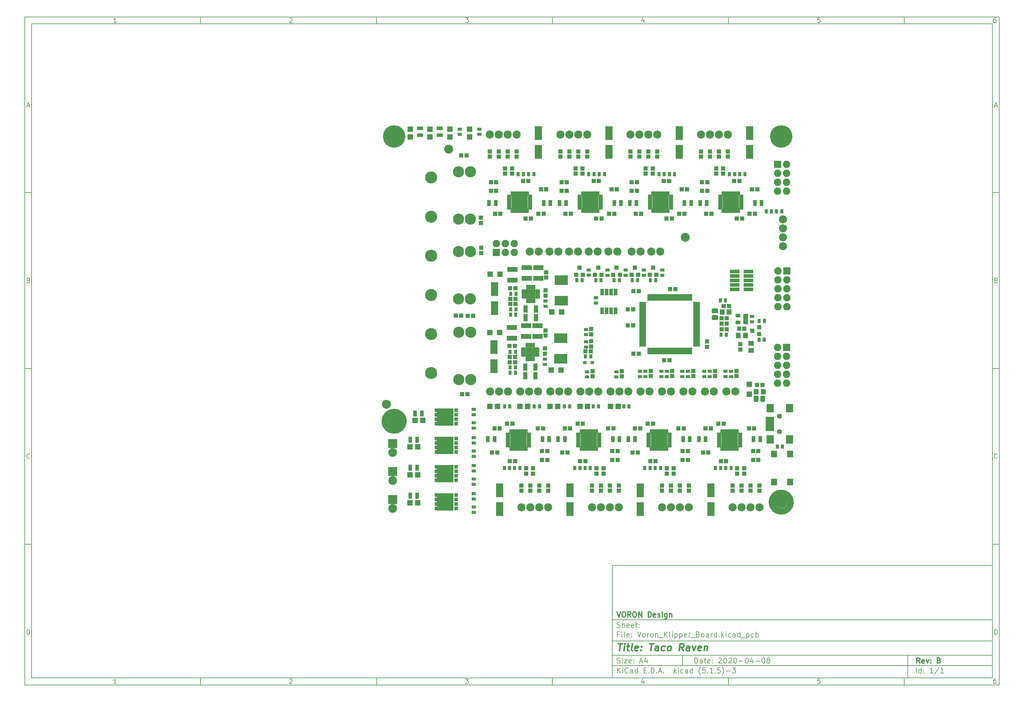
<source format=gts>
G04 #@! TF.GenerationSoftware,KiCad,Pcbnew,(5.1.5)-3*
G04 #@! TF.CreationDate,2020-04-08T23:35:01-04:00*
G04 #@! TF.ProjectId,Voron_Klipper_Board,566f726f-6e5f-44b6-9c69-707065725f42,B*
G04 #@! TF.SameCoordinates,Original*
G04 #@! TF.FileFunction,Soldermask,Top*
G04 #@! TF.FilePolarity,Negative*
%FSLAX46Y46*%
G04 Gerber Fmt 4.6, Leading zero omitted, Abs format (unit mm)*
G04 Created by KiCad (PCBNEW (5.1.5)-3) date 2020-04-08 23:35:01*
%MOMM*%
%LPD*%
G04 APERTURE LIST*
%ADD10C,0.100000*%
%ADD11C,0.150000*%
%ADD12C,0.300000*%
%ADD13C,0.400000*%
%ADD14C,1.400000*%
%ADD15C,1.778000*%
%ADD16R,1.200000X1.150000*%
%ADD17R,1.150000X1.200000*%
%ADD18R,2.900000X1.400000*%
%ADD19C,2.305000*%
%ADD20R,1.300000X2.100000*%
%ADD21R,0.900000X1.300000*%
%ADD22C,2.540000*%
%ADD23C,3.600000*%
%ADD24R,1.000000X0.850000*%
%ADD25R,1.100000X1.700000*%
%ADD26R,4.550000X4.050000*%
%ADD27R,1.200000X0.650000*%
%ADD28R,0.650000X1.200000*%
%ADD29C,3.448000*%
%ADD30C,3.180000*%
%ADD31R,2.800000X1.140000*%
%ADD32O,2.100000X2.100000*%
%ADD33R,2.100000X2.100000*%
%ADD34R,1.200000X1.300000*%
%ADD35R,1.500000X1.500000*%
%ADD36R,1.300000X0.900000*%
%ADD37R,3.829000X2.813000*%
%ADD38R,2.000000X3.900000*%
%ADD39R,2.500000X2.500000*%
%ADD40C,0.750000*%
%ADD41R,0.750000X1.225000*%
%ADD42R,1.225000X0.750000*%
%ADD43R,1.600000X1.600000*%
%ADD44R,1.700000X1.100000*%
%ADD45C,2.500000*%
%ADD46R,1.400000X1.650000*%
%ADD47R,1.900000X0.700000*%
%ADD48R,0.700000X1.900000*%
%ADD49C,1.400000*%
%ADD50R,2.100000X2.400000*%
%ADD51R,2.400000X0.900000*%
%ADD52R,1.000000X1.950000*%
%ADD53R,1.650000X1.400000*%
%ADD54R,1.460000X1.050000*%
%ADD55R,1.300000X1.200000*%
%ADD56R,1.100000X1.100000*%
%ADD57R,4.750000X4.910000*%
%ADD58R,1.700000X1.950000*%
G04 APERTURE END LIST*
D10*
D11*
X177002200Y-166007200D02*
X177002200Y-198007200D01*
X285002200Y-198007200D01*
X285002200Y-166007200D01*
X177002200Y-166007200D01*
D10*
D11*
X10000000Y-10000000D02*
X10000000Y-200007200D01*
X287002200Y-200007200D01*
X287002200Y-10000000D01*
X10000000Y-10000000D01*
D10*
D11*
X12000000Y-12000000D02*
X12000000Y-198007200D01*
X285002200Y-198007200D01*
X285002200Y-12000000D01*
X12000000Y-12000000D01*
D10*
D11*
X60000000Y-12000000D02*
X60000000Y-10000000D01*
D10*
D11*
X110000000Y-12000000D02*
X110000000Y-10000000D01*
D10*
D11*
X160000000Y-12000000D02*
X160000000Y-10000000D01*
D10*
D11*
X210000000Y-12000000D02*
X210000000Y-10000000D01*
D10*
D11*
X260000000Y-12000000D02*
X260000000Y-10000000D01*
D10*
D11*
X36065476Y-11588095D02*
X35322619Y-11588095D01*
X35694047Y-11588095D02*
X35694047Y-10288095D01*
X35570238Y-10473809D01*
X35446428Y-10597619D01*
X35322619Y-10659523D01*
D10*
D11*
X85322619Y-10411904D02*
X85384523Y-10350000D01*
X85508333Y-10288095D01*
X85817857Y-10288095D01*
X85941666Y-10350000D01*
X86003571Y-10411904D01*
X86065476Y-10535714D01*
X86065476Y-10659523D01*
X86003571Y-10845238D01*
X85260714Y-11588095D01*
X86065476Y-11588095D01*
D10*
D11*
X135260714Y-10288095D02*
X136065476Y-10288095D01*
X135632142Y-10783333D01*
X135817857Y-10783333D01*
X135941666Y-10845238D01*
X136003571Y-10907142D01*
X136065476Y-11030952D01*
X136065476Y-11340476D01*
X136003571Y-11464285D01*
X135941666Y-11526190D01*
X135817857Y-11588095D01*
X135446428Y-11588095D01*
X135322619Y-11526190D01*
X135260714Y-11464285D01*
D10*
D11*
X185941666Y-10721428D02*
X185941666Y-11588095D01*
X185632142Y-10226190D02*
X185322619Y-11154761D01*
X186127380Y-11154761D01*
D10*
D11*
X236003571Y-10288095D02*
X235384523Y-10288095D01*
X235322619Y-10907142D01*
X235384523Y-10845238D01*
X235508333Y-10783333D01*
X235817857Y-10783333D01*
X235941666Y-10845238D01*
X236003571Y-10907142D01*
X236065476Y-11030952D01*
X236065476Y-11340476D01*
X236003571Y-11464285D01*
X235941666Y-11526190D01*
X235817857Y-11588095D01*
X235508333Y-11588095D01*
X235384523Y-11526190D01*
X235322619Y-11464285D01*
D10*
D11*
X285941666Y-10288095D02*
X285694047Y-10288095D01*
X285570238Y-10350000D01*
X285508333Y-10411904D01*
X285384523Y-10597619D01*
X285322619Y-10845238D01*
X285322619Y-11340476D01*
X285384523Y-11464285D01*
X285446428Y-11526190D01*
X285570238Y-11588095D01*
X285817857Y-11588095D01*
X285941666Y-11526190D01*
X286003571Y-11464285D01*
X286065476Y-11340476D01*
X286065476Y-11030952D01*
X286003571Y-10907142D01*
X285941666Y-10845238D01*
X285817857Y-10783333D01*
X285570238Y-10783333D01*
X285446428Y-10845238D01*
X285384523Y-10907142D01*
X285322619Y-11030952D01*
D10*
D11*
X60000000Y-198007200D02*
X60000000Y-200007200D01*
D10*
D11*
X110000000Y-198007200D02*
X110000000Y-200007200D01*
D10*
D11*
X160000000Y-198007200D02*
X160000000Y-200007200D01*
D10*
D11*
X210000000Y-198007200D02*
X210000000Y-200007200D01*
D10*
D11*
X260000000Y-198007200D02*
X260000000Y-200007200D01*
D10*
D11*
X36065476Y-199595295D02*
X35322619Y-199595295D01*
X35694047Y-199595295D02*
X35694047Y-198295295D01*
X35570238Y-198481009D01*
X35446428Y-198604819D01*
X35322619Y-198666723D01*
D10*
D11*
X85322619Y-198419104D02*
X85384523Y-198357200D01*
X85508333Y-198295295D01*
X85817857Y-198295295D01*
X85941666Y-198357200D01*
X86003571Y-198419104D01*
X86065476Y-198542914D01*
X86065476Y-198666723D01*
X86003571Y-198852438D01*
X85260714Y-199595295D01*
X86065476Y-199595295D01*
D10*
D11*
X135260714Y-198295295D02*
X136065476Y-198295295D01*
X135632142Y-198790533D01*
X135817857Y-198790533D01*
X135941666Y-198852438D01*
X136003571Y-198914342D01*
X136065476Y-199038152D01*
X136065476Y-199347676D01*
X136003571Y-199471485D01*
X135941666Y-199533390D01*
X135817857Y-199595295D01*
X135446428Y-199595295D01*
X135322619Y-199533390D01*
X135260714Y-199471485D01*
D10*
D11*
X185941666Y-198728628D02*
X185941666Y-199595295D01*
X185632142Y-198233390D02*
X185322619Y-199161961D01*
X186127380Y-199161961D01*
D10*
D11*
X236003571Y-198295295D02*
X235384523Y-198295295D01*
X235322619Y-198914342D01*
X235384523Y-198852438D01*
X235508333Y-198790533D01*
X235817857Y-198790533D01*
X235941666Y-198852438D01*
X236003571Y-198914342D01*
X236065476Y-199038152D01*
X236065476Y-199347676D01*
X236003571Y-199471485D01*
X235941666Y-199533390D01*
X235817857Y-199595295D01*
X235508333Y-199595295D01*
X235384523Y-199533390D01*
X235322619Y-199471485D01*
D10*
D11*
X285941666Y-198295295D02*
X285694047Y-198295295D01*
X285570238Y-198357200D01*
X285508333Y-198419104D01*
X285384523Y-198604819D01*
X285322619Y-198852438D01*
X285322619Y-199347676D01*
X285384523Y-199471485D01*
X285446428Y-199533390D01*
X285570238Y-199595295D01*
X285817857Y-199595295D01*
X285941666Y-199533390D01*
X286003571Y-199471485D01*
X286065476Y-199347676D01*
X286065476Y-199038152D01*
X286003571Y-198914342D01*
X285941666Y-198852438D01*
X285817857Y-198790533D01*
X285570238Y-198790533D01*
X285446428Y-198852438D01*
X285384523Y-198914342D01*
X285322619Y-199038152D01*
D10*
D11*
X10000000Y-60000000D02*
X12000000Y-60000000D01*
D10*
D11*
X10000000Y-110000000D02*
X12000000Y-110000000D01*
D10*
D11*
X10000000Y-160000000D02*
X12000000Y-160000000D01*
D10*
D11*
X10690476Y-35216666D02*
X11309523Y-35216666D01*
X10566666Y-35588095D02*
X11000000Y-34288095D01*
X11433333Y-35588095D01*
D10*
D11*
X11092857Y-84907142D02*
X11278571Y-84969047D01*
X11340476Y-85030952D01*
X11402380Y-85154761D01*
X11402380Y-85340476D01*
X11340476Y-85464285D01*
X11278571Y-85526190D01*
X11154761Y-85588095D01*
X10659523Y-85588095D01*
X10659523Y-84288095D01*
X11092857Y-84288095D01*
X11216666Y-84350000D01*
X11278571Y-84411904D01*
X11340476Y-84535714D01*
X11340476Y-84659523D01*
X11278571Y-84783333D01*
X11216666Y-84845238D01*
X11092857Y-84907142D01*
X10659523Y-84907142D01*
D10*
D11*
X11402380Y-135464285D02*
X11340476Y-135526190D01*
X11154761Y-135588095D01*
X11030952Y-135588095D01*
X10845238Y-135526190D01*
X10721428Y-135402380D01*
X10659523Y-135278571D01*
X10597619Y-135030952D01*
X10597619Y-134845238D01*
X10659523Y-134597619D01*
X10721428Y-134473809D01*
X10845238Y-134350000D01*
X11030952Y-134288095D01*
X11154761Y-134288095D01*
X11340476Y-134350000D01*
X11402380Y-134411904D01*
D10*
D11*
X10659523Y-185588095D02*
X10659523Y-184288095D01*
X10969047Y-184288095D01*
X11154761Y-184350000D01*
X11278571Y-184473809D01*
X11340476Y-184597619D01*
X11402380Y-184845238D01*
X11402380Y-185030952D01*
X11340476Y-185278571D01*
X11278571Y-185402380D01*
X11154761Y-185526190D01*
X10969047Y-185588095D01*
X10659523Y-185588095D01*
D10*
D11*
X287002200Y-60000000D02*
X285002200Y-60000000D01*
D10*
D11*
X287002200Y-110000000D02*
X285002200Y-110000000D01*
D10*
D11*
X287002200Y-160000000D02*
X285002200Y-160000000D01*
D10*
D11*
X285692676Y-35216666D02*
X286311723Y-35216666D01*
X285568866Y-35588095D02*
X286002200Y-34288095D01*
X286435533Y-35588095D01*
D10*
D11*
X286095057Y-84907142D02*
X286280771Y-84969047D01*
X286342676Y-85030952D01*
X286404580Y-85154761D01*
X286404580Y-85340476D01*
X286342676Y-85464285D01*
X286280771Y-85526190D01*
X286156961Y-85588095D01*
X285661723Y-85588095D01*
X285661723Y-84288095D01*
X286095057Y-84288095D01*
X286218866Y-84350000D01*
X286280771Y-84411904D01*
X286342676Y-84535714D01*
X286342676Y-84659523D01*
X286280771Y-84783333D01*
X286218866Y-84845238D01*
X286095057Y-84907142D01*
X285661723Y-84907142D01*
D10*
D11*
X286404580Y-135464285D02*
X286342676Y-135526190D01*
X286156961Y-135588095D01*
X286033152Y-135588095D01*
X285847438Y-135526190D01*
X285723628Y-135402380D01*
X285661723Y-135278571D01*
X285599819Y-135030952D01*
X285599819Y-134845238D01*
X285661723Y-134597619D01*
X285723628Y-134473809D01*
X285847438Y-134350000D01*
X286033152Y-134288095D01*
X286156961Y-134288095D01*
X286342676Y-134350000D01*
X286404580Y-134411904D01*
D10*
D11*
X285661723Y-185588095D02*
X285661723Y-184288095D01*
X285971247Y-184288095D01*
X286156961Y-184350000D01*
X286280771Y-184473809D01*
X286342676Y-184597619D01*
X286404580Y-184845238D01*
X286404580Y-185030952D01*
X286342676Y-185278571D01*
X286280771Y-185402380D01*
X286156961Y-185526190D01*
X285971247Y-185588095D01*
X285661723Y-185588095D01*
D10*
D11*
X200434342Y-193785771D02*
X200434342Y-192285771D01*
X200791485Y-192285771D01*
X201005771Y-192357200D01*
X201148628Y-192500057D01*
X201220057Y-192642914D01*
X201291485Y-192928628D01*
X201291485Y-193142914D01*
X201220057Y-193428628D01*
X201148628Y-193571485D01*
X201005771Y-193714342D01*
X200791485Y-193785771D01*
X200434342Y-193785771D01*
X202577200Y-193785771D02*
X202577200Y-193000057D01*
X202505771Y-192857200D01*
X202362914Y-192785771D01*
X202077200Y-192785771D01*
X201934342Y-192857200D01*
X202577200Y-193714342D02*
X202434342Y-193785771D01*
X202077200Y-193785771D01*
X201934342Y-193714342D01*
X201862914Y-193571485D01*
X201862914Y-193428628D01*
X201934342Y-193285771D01*
X202077200Y-193214342D01*
X202434342Y-193214342D01*
X202577200Y-193142914D01*
X203077200Y-192785771D02*
X203648628Y-192785771D01*
X203291485Y-192285771D02*
X203291485Y-193571485D01*
X203362914Y-193714342D01*
X203505771Y-193785771D01*
X203648628Y-193785771D01*
X204720057Y-193714342D02*
X204577200Y-193785771D01*
X204291485Y-193785771D01*
X204148628Y-193714342D01*
X204077200Y-193571485D01*
X204077200Y-193000057D01*
X204148628Y-192857200D01*
X204291485Y-192785771D01*
X204577200Y-192785771D01*
X204720057Y-192857200D01*
X204791485Y-193000057D01*
X204791485Y-193142914D01*
X204077200Y-193285771D01*
X205434342Y-193642914D02*
X205505771Y-193714342D01*
X205434342Y-193785771D01*
X205362914Y-193714342D01*
X205434342Y-193642914D01*
X205434342Y-193785771D01*
X205434342Y-192857200D02*
X205505771Y-192928628D01*
X205434342Y-193000057D01*
X205362914Y-192928628D01*
X205434342Y-192857200D01*
X205434342Y-193000057D01*
X207220057Y-192428628D02*
X207291485Y-192357200D01*
X207434342Y-192285771D01*
X207791485Y-192285771D01*
X207934342Y-192357200D01*
X208005771Y-192428628D01*
X208077200Y-192571485D01*
X208077200Y-192714342D01*
X208005771Y-192928628D01*
X207148628Y-193785771D01*
X208077200Y-193785771D01*
X209005771Y-192285771D02*
X209148628Y-192285771D01*
X209291485Y-192357200D01*
X209362914Y-192428628D01*
X209434342Y-192571485D01*
X209505771Y-192857200D01*
X209505771Y-193214342D01*
X209434342Y-193500057D01*
X209362914Y-193642914D01*
X209291485Y-193714342D01*
X209148628Y-193785771D01*
X209005771Y-193785771D01*
X208862914Y-193714342D01*
X208791485Y-193642914D01*
X208720057Y-193500057D01*
X208648628Y-193214342D01*
X208648628Y-192857200D01*
X208720057Y-192571485D01*
X208791485Y-192428628D01*
X208862914Y-192357200D01*
X209005771Y-192285771D01*
X210077200Y-192428628D02*
X210148628Y-192357200D01*
X210291485Y-192285771D01*
X210648628Y-192285771D01*
X210791485Y-192357200D01*
X210862914Y-192428628D01*
X210934342Y-192571485D01*
X210934342Y-192714342D01*
X210862914Y-192928628D01*
X210005771Y-193785771D01*
X210934342Y-193785771D01*
X211862914Y-192285771D02*
X212005771Y-192285771D01*
X212148628Y-192357200D01*
X212220057Y-192428628D01*
X212291485Y-192571485D01*
X212362914Y-192857200D01*
X212362914Y-193214342D01*
X212291485Y-193500057D01*
X212220057Y-193642914D01*
X212148628Y-193714342D01*
X212005771Y-193785771D01*
X211862914Y-193785771D01*
X211720057Y-193714342D01*
X211648628Y-193642914D01*
X211577200Y-193500057D01*
X211505771Y-193214342D01*
X211505771Y-192857200D01*
X211577200Y-192571485D01*
X211648628Y-192428628D01*
X211720057Y-192357200D01*
X211862914Y-192285771D01*
X213005771Y-193214342D02*
X214148628Y-193214342D01*
X215148628Y-192285771D02*
X215291485Y-192285771D01*
X215434342Y-192357200D01*
X215505771Y-192428628D01*
X215577200Y-192571485D01*
X215648628Y-192857200D01*
X215648628Y-193214342D01*
X215577200Y-193500057D01*
X215505771Y-193642914D01*
X215434342Y-193714342D01*
X215291485Y-193785771D01*
X215148628Y-193785771D01*
X215005771Y-193714342D01*
X214934342Y-193642914D01*
X214862914Y-193500057D01*
X214791485Y-193214342D01*
X214791485Y-192857200D01*
X214862914Y-192571485D01*
X214934342Y-192428628D01*
X215005771Y-192357200D01*
X215148628Y-192285771D01*
X216934342Y-192785771D02*
X216934342Y-193785771D01*
X216577200Y-192214342D02*
X216220057Y-193285771D01*
X217148628Y-193285771D01*
X217720057Y-193214342D02*
X218862914Y-193214342D01*
X219862914Y-192285771D02*
X220005771Y-192285771D01*
X220148628Y-192357200D01*
X220220057Y-192428628D01*
X220291485Y-192571485D01*
X220362914Y-192857200D01*
X220362914Y-193214342D01*
X220291485Y-193500057D01*
X220220057Y-193642914D01*
X220148628Y-193714342D01*
X220005771Y-193785771D01*
X219862914Y-193785771D01*
X219720057Y-193714342D01*
X219648628Y-193642914D01*
X219577200Y-193500057D01*
X219505771Y-193214342D01*
X219505771Y-192857200D01*
X219577200Y-192571485D01*
X219648628Y-192428628D01*
X219720057Y-192357200D01*
X219862914Y-192285771D01*
X221220057Y-192928628D02*
X221077200Y-192857200D01*
X221005771Y-192785771D01*
X220934342Y-192642914D01*
X220934342Y-192571485D01*
X221005771Y-192428628D01*
X221077200Y-192357200D01*
X221220057Y-192285771D01*
X221505771Y-192285771D01*
X221648628Y-192357200D01*
X221720057Y-192428628D01*
X221791485Y-192571485D01*
X221791485Y-192642914D01*
X221720057Y-192785771D01*
X221648628Y-192857200D01*
X221505771Y-192928628D01*
X221220057Y-192928628D01*
X221077200Y-193000057D01*
X221005771Y-193071485D01*
X220934342Y-193214342D01*
X220934342Y-193500057D01*
X221005771Y-193642914D01*
X221077200Y-193714342D01*
X221220057Y-193785771D01*
X221505771Y-193785771D01*
X221648628Y-193714342D01*
X221720057Y-193642914D01*
X221791485Y-193500057D01*
X221791485Y-193214342D01*
X221720057Y-193071485D01*
X221648628Y-193000057D01*
X221505771Y-192928628D01*
D10*
D11*
X177002200Y-194507200D02*
X285002200Y-194507200D01*
D10*
D11*
X178434342Y-196585771D02*
X178434342Y-195085771D01*
X179291485Y-196585771D02*
X178648628Y-195728628D01*
X179291485Y-195085771D02*
X178434342Y-195942914D01*
X179934342Y-196585771D02*
X179934342Y-195585771D01*
X179934342Y-195085771D02*
X179862914Y-195157200D01*
X179934342Y-195228628D01*
X180005771Y-195157200D01*
X179934342Y-195085771D01*
X179934342Y-195228628D01*
X181505771Y-196442914D02*
X181434342Y-196514342D01*
X181220057Y-196585771D01*
X181077200Y-196585771D01*
X180862914Y-196514342D01*
X180720057Y-196371485D01*
X180648628Y-196228628D01*
X180577200Y-195942914D01*
X180577200Y-195728628D01*
X180648628Y-195442914D01*
X180720057Y-195300057D01*
X180862914Y-195157200D01*
X181077200Y-195085771D01*
X181220057Y-195085771D01*
X181434342Y-195157200D01*
X181505771Y-195228628D01*
X182791485Y-196585771D02*
X182791485Y-195800057D01*
X182720057Y-195657200D01*
X182577200Y-195585771D01*
X182291485Y-195585771D01*
X182148628Y-195657200D01*
X182791485Y-196514342D02*
X182648628Y-196585771D01*
X182291485Y-196585771D01*
X182148628Y-196514342D01*
X182077200Y-196371485D01*
X182077200Y-196228628D01*
X182148628Y-196085771D01*
X182291485Y-196014342D01*
X182648628Y-196014342D01*
X182791485Y-195942914D01*
X184148628Y-196585771D02*
X184148628Y-195085771D01*
X184148628Y-196514342D02*
X184005771Y-196585771D01*
X183720057Y-196585771D01*
X183577200Y-196514342D01*
X183505771Y-196442914D01*
X183434342Y-196300057D01*
X183434342Y-195871485D01*
X183505771Y-195728628D01*
X183577200Y-195657200D01*
X183720057Y-195585771D01*
X184005771Y-195585771D01*
X184148628Y-195657200D01*
X186005771Y-195800057D02*
X186505771Y-195800057D01*
X186720057Y-196585771D02*
X186005771Y-196585771D01*
X186005771Y-195085771D01*
X186720057Y-195085771D01*
X187362914Y-196442914D02*
X187434342Y-196514342D01*
X187362914Y-196585771D01*
X187291485Y-196514342D01*
X187362914Y-196442914D01*
X187362914Y-196585771D01*
X188077200Y-196585771D02*
X188077200Y-195085771D01*
X188434342Y-195085771D01*
X188648628Y-195157200D01*
X188791485Y-195300057D01*
X188862914Y-195442914D01*
X188934342Y-195728628D01*
X188934342Y-195942914D01*
X188862914Y-196228628D01*
X188791485Y-196371485D01*
X188648628Y-196514342D01*
X188434342Y-196585771D01*
X188077200Y-196585771D01*
X189577200Y-196442914D02*
X189648628Y-196514342D01*
X189577200Y-196585771D01*
X189505771Y-196514342D01*
X189577200Y-196442914D01*
X189577200Y-196585771D01*
X190220057Y-196157200D02*
X190934342Y-196157200D01*
X190077200Y-196585771D02*
X190577200Y-195085771D01*
X191077200Y-196585771D01*
X191577200Y-196442914D02*
X191648628Y-196514342D01*
X191577200Y-196585771D01*
X191505771Y-196514342D01*
X191577200Y-196442914D01*
X191577200Y-196585771D01*
X194577200Y-196585771D02*
X194577200Y-195085771D01*
X194720057Y-196014342D02*
X195148628Y-196585771D01*
X195148628Y-195585771D02*
X194577200Y-196157200D01*
X195791485Y-196585771D02*
X195791485Y-195585771D01*
X195791485Y-195085771D02*
X195720057Y-195157200D01*
X195791485Y-195228628D01*
X195862914Y-195157200D01*
X195791485Y-195085771D01*
X195791485Y-195228628D01*
X197148628Y-196514342D02*
X197005771Y-196585771D01*
X196720057Y-196585771D01*
X196577200Y-196514342D01*
X196505771Y-196442914D01*
X196434342Y-196300057D01*
X196434342Y-195871485D01*
X196505771Y-195728628D01*
X196577200Y-195657200D01*
X196720057Y-195585771D01*
X197005771Y-195585771D01*
X197148628Y-195657200D01*
X198434342Y-196585771D02*
X198434342Y-195800057D01*
X198362914Y-195657200D01*
X198220057Y-195585771D01*
X197934342Y-195585771D01*
X197791485Y-195657200D01*
X198434342Y-196514342D02*
X198291485Y-196585771D01*
X197934342Y-196585771D01*
X197791485Y-196514342D01*
X197720057Y-196371485D01*
X197720057Y-196228628D01*
X197791485Y-196085771D01*
X197934342Y-196014342D01*
X198291485Y-196014342D01*
X198434342Y-195942914D01*
X199791485Y-196585771D02*
X199791485Y-195085771D01*
X199791485Y-196514342D02*
X199648628Y-196585771D01*
X199362914Y-196585771D01*
X199220057Y-196514342D01*
X199148628Y-196442914D01*
X199077200Y-196300057D01*
X199077200Y-195871485D01*
X199148628Y-195728628D01*
X199220057Y-195657200D01*
X199362914Y-195585771D01*
X199648628Y-195585771D01*
X199791485Y-195657200D01*
X202077200Y-197157200D02*
X202005771Y-197085771D01*
X201862914Y-196871485D01*
X201791485Y-196728628D01*
X201720057Y-196514342D01*
X201648628Y-196157200D01*
X201648628Y-195871485D01*
X201720057Y-195514342D01*
X201791485Y-195300057D01*
X201862914Y-195157200D01*
X202005771Y-194942914D01*
X202077200Y-194871485D01*
X203362914Y-195085771D02*
X202648628Y-195085771D01*
X202577200Y-195800057D01*
X202648628Y-195728628D01*
X202791485Y-195657200D01*
X203148628Y-195657200D01*
X203291485Y-195728628D01*
X203362914Y-195800057D01*
X203434342Y-195942914D01*
X203434342Y-196300057D01*
X203362914Y-196442914D01*
X203291485Y-196514342D01*
X203148628Y-196585771D01*
X202791485Y-196585771D01*
X202648628Y-196514342D01*
X202577200Y-196442914D01*
X204077200Y-196442914D02*
X204148628Y-196514342D01*
X204077200Y-196585771D01*
X204005771Y-196514342D01*
X204077200Y-196442914D01*
X204077200Y-196585771D01*
X205577200Y-196585771D02*
X204720057Y-196585771D01*
X205148628Y-196585771D02*
X205148628Y-195085771D01*
X205005771Y-195300057D01*
X204862914Y-195442914D01*
X204720057Y-195514342D01*
X206220057Y-196442914D02*
X206291485Y-196514342D01*
X206220057Y-196585771D01*
X206148628Y-196514342D01*
X206220057Y-196442914D01*
X206220057Y-196585771D01*
X207648628Y-195085771D02*
X206934342Y-195085771D01*
X206862914Y-195800057D01*
X206934342Y-195728628D01*
X207077200Y-195657200D01*
X207434342Y-195657200D01*
X207577200Y-195728628D01*
X207648628Y-195800057D01*
X207720057Y-195942914D01*
X207720057Y-196300057D01*
X207648628Y-196442914D01*
X207577200Y-196514342D01*
X207434342Y-196585771D01*
X207077200Y-196585771D01*
X206934342Y-196514342D01*
X206862914Y-196442914D01*
X208220057Y-197157200D02*
X208291485Y-197085771D01*
X208434342Y-196871485D01*
X208505771Y-196728628D01*
X208577200Y-196514342D01*
X208648628Y-196157200D01*
X208648628Y-195871485D01*
X208577200Y-195514342D01*
X208505771Y-195300057D01*
X208434342Y-195157200D01*
X208291485Y-194942914D01*
X208220057Y-194871485D01*
X209362914Y-196014342D02*
X210505771Y-196014342D01*
X211077200Y-195085771D02*
X212005771Y-195085771D01*
X211505771Y-195657200D01*
X211720057Y-195657200D01*
X211862914Y-195728628D01*
X211934342Y-195800057D01*
X212005771Y-195942914D01*
X212005771Y-196300057D01*
X211934342Y-196442914D01*
X211862914Y-196514342D01*
X211720057Y-196585771D01*
X211291485Y-196585771D01*
X211148628Y-196514342D01*
X211077200Y-196442914D01*
D10*
D11*
X177002200Y-191507200D02*
X285002200Y-191507200D01*
D10*
D12*
X264411485Y-193785771D02*
X263911485Y-193071485D01*
X263554342Y-193785771D02*
X263554342Y-192285771D01*
X264125771Y-192285771D01*
X264268628Y-192357200D01*
X264340057Y-192428628D01*
X264411485Y-192571485D01*
X264411485Y-192785771D01*
X264340057Y-192928628D01*
X264268628Y-193000057D01*
X264125771Y-193071485D01*
X263554342Y-193071485D01*
X265625771Y-193714342D02*
X265482914Y-193785771D01*
X265197200Y-193785771D01*
X265054342Y-193714342D01*
X264982914Y-193571485D01*
X264982914Y-193000057D01*
X265054342Y-192857200D01*
X265197200Y-192785771D01*
X265482914Y-192785771D01*
X265625771Y-192857200D01*
X265697200Y-193000057D01*
X265697200Y-193142914D01*
X264982914Y-193285771D01*
X266197200Y-192785771D02*
X266554342Y-193785771D01*
X266911485Y-192785771D01*
X267482914Y-193642914D02*
X267554342Y-193714342D01*
X267482914Y-193785771D01*
X267411485Y-193714342D01*
X267482914Y-193642914D01*
X267482914Y-193785771D01*
X267482914Y-192857200D02*
X267554342Y-192928628D01*
X267482914Y-193000057D01*
X267411485Y-192928628D01*
X267482914Y-192857200D01*
X267482914Y-193000057D01*
X269840057Y-193000057D02*
X270054342Y-193071485D01*
X270125771Y-193142914D01*
X270197200Y-193285771D01*
X270197200Y-193500057D01*
X270125771Y-193642914D01*
X270054342Y-193714342D01*
X269911485Y-193785771D01*
X269340057Y-193785771D01*
X269340057Y-192285771D01*
X269840057Y-192285771D01*
X269982914Y-192357200D01*
X270054342Y-192428628D01*
X270125771Y-192571485D01*
X270125771Y-192714342D01*
X270054342Y-192857200D01*
X269982914Y-192928628D01*
X269840057Y-193000057D01*
X269340057Y-193000057D01*
D10*
D11*
X178362914Y-193714342D02*
X178577200Y-193785771D01*
X178934342Y-193785771D01*
X179077200Y-193714342D01*
X179148628Y-193642914D01*
X179220057Y-193500057D01*
X179220057Y-193357200D01*
X179148628Y-193214342D01*
X179077200Y-193142914D01*
X178934342Y-193071485D01*
X178648628Y-193000057D01*
X178505771Y-192928628D01*
X178434342Y-192857200D01*
X178362914Y-192714342D01*
X178362914Y-192571485D01*
X178434342Y-192428628D01*
X178505771Y-192357200D01*
X178648628Y-192285771D01*
X179005771Y-192285771D01*
X179220057Y-192357200D01*
X179862914Y-193785771D02*
X179862914Y-192785771D01*
X179862914Y-192285771D02*
X179791485Y-192357200D01*
X179862914Y-192428628D01*
X179934342Y-192357200D01*
X179862914Y-192285771D01*
X179862914Y-192428628D01*
X180434342Y-192785771D02*
X181220057Y-192785771D01*
X180434342Y-193785771D01*
X181220057Y-193785771D01*
X182362914Y-193714342D02*
X182220057Y-193785771D01*
X181934342Y-193785771D01*
X181791485Y-193714342D01*
X181720057Y-193571485D01*
X181720057Y-193000057D01*
X181791485Y-192857200D01*
X181934342Y-192785771D01*
X182220057Y-192785771D01*
X182362914Y-192857200D01*
X182434342Y-193000057D01*
X182434342Y-193142914D01*
X181720057Y-193285771D01*
X183077200Y-193642914D02*
X183148628Y-193714342D01*
X183077200Y-193785771D01*
X183005771Y-193714342D01*
X183077200Y-193642914D01*
X183077200Y-193785771D01*
X183077200Y-192857200D02*
X183148628Y-192928628D01*
X183077200Y-193000057D01*
X183005771Y-192928628D01*
X183077200Y-192857200D01*
X183077200Y-193000057D01*
X184862914Y-193357200D02*
X185577200Y-193357200D01*
X184720057Y-193785771D02*
X185220057Y-192285771D01*
X185720057Y-193785771D01*
X186862914Y-192785771D02*
X186862914Y-193785771D01*
X186505771Y-192214342D02*
X186148628Y-193285771D01*
X187077200Y-193285771D01*
D10*
D11*
X263434342Y-196585771D02*
X263434342Y-195085771D01*
X264791485Y-196585771D02*
X264791485Y-195085771D01*
X264791485Y-196514342D02*
X264648628Y-196585771D01*
X264362914Y-196585771D01*
X264220057Y-196514342D01*
X264148628Y-196442914D01*
X264077200Y-196300057D01*
X264077200Y-195871485D01*
X264148628Y-195728628D01*
X264220057Y-195657200D01*
X264362914Y-195585771D01*
X264648628Y-195585771D01*
X264791485Y-195657200D01*
X265505771Y-196442914D02*
X265577200Y-196514342D01*
X265505771Y-196585771D01*
X265434342Y-196514342D01*
X265505771Y-196442914D01*
X265505771Y-196585771D01*
X265505771Y-195657200D02*
X265577200Y-195728628D01*
X265505771Y-195800057D01*
X265434342Y-195728628D01*
X265505771Y-195657200D01*
X265505771Y-195800057D01*
X268148628Y-196585771D02*
X267291485Y-196585771D01*
X267720057Y-196585771D02*
X267720057Y-195085771D01*
X267577200Y-195300057D01*
X267434342Y-195442914D01*
X267291485Y-195514342D01*
X269862914Y-195014342D02*
X268577200Y-196942914D01*
X271148628Y-196585771D02*
X270291485Y-196585771D01*
X270720057Y-196585771D02*
X270720057Y-195085771D01*
X270577200Y-195300057D01*
X270434342Y-195442914D01*
X270291485Y-195514342D01*
D10*
D11*
X177002200Y-187507200D02*
X285002200Y-187507200D01*
D10*
D13*
X178714580Y-188211961D02*
X179857438Y-188211961D01*
X179036009Y-190211961D02*
X179286009Y-188211961D01*
X180274104Y-190211961D02*
X180440771Y-188878628D01*
X180524104Y-188211961D02*
X180416961Y-188307200D01*
X180500295Y-188402438D01*
X180607438Y-188307200D01*
X180524104Y-188211961D01*
X180500295Y-188402438D01*
X181107438Y-188878628D02*
X181869342Y-188878628D01*
X181476485Y-188211961D02*
X181262200Y-189926247D01*
X181333628Y-190116723D01*
X181512200Y-190211961D01*
X181702676Y-190211961D01*
X182655057Y-190211961D02*
X182476485Y-190116723D01*
X182405057Y-189926247D01*
X182619342Y-188211961D01*
X184190771Y-190116723D02*
X183988390Y-190211961D01*
X183607438Y-190211961D01*
X183428866Y-190116723D01*
X183357438Y-189926247D01*
X183452676Y-189164342D01*
X183571723Y-188973866D01*
X183774104Y-188878628D01*
X184155057Y-188878628D01*
X184333628Y-188973866D01*
X184405057Y-189164342D01*
X184381247Y-189354819D01*
X183405057Y-189545295D01*
X185155057Y-190021485D02*
X185238390Y-190116723D01*
X185131247Y-190211961D01*
X185047914Y-190116723D01*
X185155057Y-190021485D01*
X185131247Y-190211961D01*
X185286009Y-188973866D02*
X185369342Y-189069104D01*
X185262200Y-189164342D01*
X185178866Y-189069104D01*
X185286009Y-188973866D01*
X185262200Y-189164342D01*
X187571723Y-188211961D02*
X188714580Y-188211961D01*
X187893152Y-190211961D02*
X188143152Y-188211961D01*
X189988390Y-190211961D02*
X190119342Y-189164342D01*
X190047914Y-188973866D01*
X189869342Y-188878628D01*
X189488390Y-188878628D01*
X189286009Y-188973866D01*
X190000295Y-190116723D02*
X189797914Y-190211961D01*
X189321723Y-190211961D01*
X189143152Y-190116723D01*
X189071723Y-189926247D01*
X189095533Y-189735771D01*
X189214580Y-189545295D01*
X189416961Y-189450057D01*
X189893152Y-189450057D01*
X190095533Y-189354819D01*
X191809819Y-190116723D02*
X191607438Y-190211961D01*
X191226485Y-190211961D01*
X191047914Y-190116723D01*
X190964580Y-190021485D01*
X190893152Y-189831009D01*
X190964580Y-189259580D01*
X191083628Y-189069104D01*
X191190771Y-188973866D01*
X191393152Y-188878628D01*
X191774104Y-188878628D01*
X191952676Y-188973866D01*
X192940771Y-190211961D02*
X192762200Y-190116723D01*
X192678866Y-190021485D01*
X192607438Y-189831009D01*
X192678866Y-189259580D01*
X192797914Y-189069104D01*
X192905057Y-188973866D01*
X193107438Y-188878628D01*
X193393152Y-188878628D01*
X193571723Y-188973866D01*
X193655057Y-189069104D01*
X193726485Y-189259580D01*
X193655057Y-189831009D01*
X193536009Y-190021485D01*
X193428866Y-190116723D01*
X193226485Y-190211961D01*
X192940771Y-190211961D01*
X197131247Y-190211961D02*
X196583628Y-189259580D01*
X195988390Y-190211961D02*
X196238390Y-188211961D01*
X197000295Y-188211961D01*
X197178866Y-188307200D01*
X197262200Y-188402438D01*
X197333628Y-188592914D01*
X197297914Y-188878628D01*
X197178866Y-189069104D01*
X197071723Y-189164342D01*
X196869342Y-189259580D01*
X196107438Y-189259580D01*
X198845533Y-190211961D02*
X198976485Y-189164342D01*
X198905057Y-188973866D01*
X198726485Y-188878628D01*
X198345533Y-188878628D01*
X198143152Y-188973866D01*
X198857438Y-190116723D02*
X198655057Y-190211961D01*
X198178866Y-190211961D01*
X198000295Y-190116723D01*
X197928866Y-189926247D01*
X197952676Y-189735771D01*
X198071723Y-189545295D01*
X198274104Y-189450057D01*
X198750295Y-189450057D01*
X198952676Y-189354819D01*
X199774104Y-188878628D02*
X200083628Y-190211961D01*
X200726485Y-188878628D01*
X202095533Y-190116723D02*
X201893152Y-190211961D01*
X201512200Y-190211961D01*
X201333628Y-190116723D01*
X201262200Y-189926247D01*
X201357438Y-189164342D01*
X201476485Y-188973866D01*
X201678866Y-188878628D01*
X202059819Y-188878628D01*
X202238390Y-188973866D01*
X202309819Y-189164342D01*
X202286009Y-189354819D01*
X201309819Y-189545295D01*
X203202676Y-188878628D02*
X203036009Y-190211961D01*
X203178866Y-189069104D02*
X203286009Y-188973866D01*
X203488390Y-188878628D01*
X203774104Y-188878628D01*
X203952676Y-188973866D01*
X204024104Y-189164342D01*
X203893152Y-190211961D01*
D10*
D11*
X178934342Y-185600057D02*
X178434342Y-185600057D01*
X178434342Y-186385771D02*
X178434342Y-184885771D01*
X179148628Y-184885771D01*
X179720057Y-186385771D02*
X179720057Y-185385771D01*
X179720057Y-184885771D02*
X179648628Y-184957200D01*
X179720057Y-185028628D01*
X179791485Y-184957200D01*
X179720057Y-184885771D01*
X179720057Y-185028628D01*
X180648628Y-186385771D02*
X180505771Y-186314342D01*
X180434342Y-186171485D01*
X180434342Y-184885771D01*
X181791485Y-186314342D02*
X181648628Y-186385771D01*
X181362914Y-186385771D01*
X181220057Y-186314342D01*
X181148628Y-186171485D01*
X181148628Y-185600057D01*
X181220057Y-185457200D01*
X181362914Y-185385771D01*
X181648628Y-185385771D01*
X181791485Y-185457200D01*
X181862914Y-185600057D01*
X181862914Y-185742914D01*
X181148628Y-185885771D01*
X182505771Y-186242914D02*
X182577200Y-186314342D01*
X182505771Y-186385771D01*
X182434342Y-186314342D01*
X182505771Y-186242914D01*
X182505771Y-186385771D01*
X182505771Y-185457200D02*
X182577200Y-185528628D01*
X182505771Y-185600057D01*
X182434342Y-185528628D01*
X182505771Y-185457200D01*
X182505771Y-185600057D01*
X184148628Y-184885771D02*
X184648628Y-186385771D01*
X185148628Y-184885771D01*
X185862914Y-186385771D02*
X185720057Y-186314342D01*
X185648628Y-186242914D01*
X185577200Y-186100057D01*
X185577200Y-185671485D01*
X185648628Y-185528628D01*
X185720057Y-185457200D01*
X185862914Y-185385771D01*
X186077200Y-185385771D01*
X186220057Y-185457200D01*
X186291485Y-185528628D01*
X186362914Y-185671485D01*
X186362914Y-186100057D01*
X186291485Y-186242914D01*
X186220057Y-186314342D01*
X186077200Y-186385771D01*
X185862914Y-186385771D01*
X187005771Y-186385771D02*
X187005771Y-185385771D01*
X187005771Y-185671485D02*
X187077200Y-185528628D01*
X187148628Y-185457200D01*
X187291485Y-185385771D01*
X187434342Y-185385771D01*
X188148628Y-186385771D02*
X188005771Y-186314342D01*
X187934342Y-186242914D01*
X187862914Y-186100057D01*
X187862914Y-185671485D01*
X187934342Y-185528628D01*
X188005771Y-185457200D01*
X188148628Y-185385771D01*
X188362914Y-185385771D01*
X188505771Y-185457200D01*
X188577200Y-185528628D01*
X188648628Y-185671485D01*
X188648628Y-186100057D01*
X188577200Y-186242914D01*
X188505771Y-186314342D01*
X188362914Y-186385771D01*
X188148628Y-186385771D01*
X189291485Y-185385771D02*
X189291485Y-186385771D01*
X189291485Y-185528628D02*
X189362914Y-185457200D01*
X189505771Y-185385771D01*
X189720057Y-185385771D01*
X189862914Y-185457200D01*
X189934342Y-185600057D01*
X189934342Y-186385771D01*
X190291485Y-186528628D02*
X191434342Y-186528628D01*
X191791485Y-186385771D02*
X191791485Y-184885771D01*
X192648628Y-186385771D02*
X192005771Y-185528628D01*
X192648628Y-184885771D02*
X191791485Y-185742914D01*
X193505771Y-186385771D02*
X193362914Y-186314342D01*
X193291485Y-186171485D01*
X193291485Y-184885771D01*
X194077200Y-186385771D02*
X194077200Y-185385771D01*
X194077200Y-184885771D02*
X194005771Y-184957200D01*
X194077200Y-185028628D01*
X194148628Y-184957200D01*
X194077200Y-184885771D01*
X194077200Y-185028628D01*
X194791485Y-185385771D02*
X194791485Y-186885771D01*
X194791485Y-185457200D02*
X194934342Y-185385771D01*
X195220057Y-185385771D01*
X195362914Y-185457200D01*
X195434342Y-185528628D01*
X195505771Y-185671485D01*
X195505771Y-186100057D01*
X195434342Y-186242914D01*
X195362914Y-186314342D01*
X195220057Y-186385771D01*
X194934342Y-186385771D01*
X194791485Y-186314342D01*
X196148628Y-185385771D02*
X196148628Y-186885771D01*
X196148628Y-185457200D02*
X196291485Y-185385771D01*
X196577200Y-185385771D01*
X196720057Y-185457200D01*
X196791485Y-185528628D01*
X196862914Y-185671485D01*
X196862914Y-186100057D01*
X196791485Y-186242914D01*
X196720057Y-186314342D01*
X196577200Y-186385771D01*
X196291485Y-186385771D01*
X196148628Y-186314342D01*
X198077200Y-186314342D02*
X197934342Y-186385771D01*
X197648628Y-186385771D01*
X197505771Y-186314342D01*
X197434342Y-186171485D01*
X197434342Y-185600057D01*
X197505771Y-185457200D01*
X197648628Y-185385771D01*
X197934342Y-185385771D01*
X198077200Y-185457200D01*
X198148628Y-185600057D01*
X198148628Y-185742914D01*
X197434342Y-185885771D01*
X198791485Y-186385771D02*
X198791485Y-185385771D01*
X198791485Y-185671485D02*
X198862914Y-185528628D01*
X198934342Y-185457200D01*
X199077200Y-185385771D01*
X199220057Y-185385771D01*
X199362914Y-186528628D02*
X200505771Y-186528628D01*
X201362914Y-185600057D02*
X201577200Y-185671485D01*
X201648628Y-185742914D01*
X201720057Y-185885771D01*
X201720057Y-186100057D01*
X201648628Y-186242914D01*
X201577200Y-186314342D01*
X201434342Y-186385771D01*
X200862914Y-186385771D01*
X200862914Y-184885771D01*
X201362914Y-184885771D01*
X201505771Y-184957200D01*
X201577200Y-185028628D01*
X201648628Y-185171485D01*
X201648628Y-185314342D01*
X201577200Y-185457200D01*
X201505771Y-185528628D01*
X201362914Y-185600057D01*
X200862914Y-185600057D01*
X202577200Y-186385771D02*
X202434342Y-186314342D01*
X202362914Y-186242914D01*
X202291485Y-186100057D01*
X202291485Y-185671485D01*
X202362914Y-185528628D01*
X202434342Y-185457200D01*
X202577200Y-185385771D01*
X202791485Y-185385771D01*
X202934342Y-185457200D01*
X203005771Y-185528628D01*
X203077200Y-185671485D01*
X203077200Y-186100057D01*
X203005771Y-186242914D01*
X202934342Y-186314342D01*
X202791485Y-186385771D01*
X202577200Y-186385771D01*
X204362914Y-186385771D02*
X204362914Y-185600057D01*
X204291485Y-185457200D01*
X204148628Y-185385771D01*
X203862914Y-185385771D01*
X203720057Y-185457200D01*
X204362914Y-186314342D02*
X204220057Y-186385771D01*
X203862914Y-186385771D01*
X203720057Y-186314342D01*
X203648628Y-186171485D01*
X203648628Y-186028628D01*
X203720057Y-185885771D01*
X203862914Y-185814342D01*
X204220057Y-185814342D01*
X204362914Y-185742914D01*
X205077200Y-186385771D02*
X205077200Y-185385771D01*
X205077200Y-185671485D02*
X205148628Y-185528628D01*
X205220057Y-185457200D01*
X205362914Y-185385771D01*
X205505771Y-185385771D01*
X206648628Y-186385771D02*
X206648628Y-184885771D01*
X206648628Y-186314342D02*
X206505771Y-186385771D01*
X206220057Y-186385771D01*
X206077200Y-186314342D01*
X206005771Y-186242914D01*
X205934342Y-186100057D01*
X205934342Y-185671485D01*
X206005771Y-185528628D01*
X206077200Y-185457200D01*
X206220057Y-185385771D01*
X206505771Y-185385771D01*
X206648628Y-185457200D01*
X207362914Y-186242914D02*
X207434342Y-186314342D01*
X207362914Y-186385771D01*
X207291485Y-186314342D01*
X207362914Y-186242914D01*
X207362914Y-186385771D01*
X208077200Y-186385771D02*
X208077200Y-184885771D01*
X208220057Y-185814342D02*
X208648628Y-186385771D01*
X208648628Y-185385771D02*
X208077200Y-185957200D01*
X209291485Y-186385771D02*
X209291485Y-185385771D01*
X209291485Y-184885771D02*
X209220057Y-184957200D01*
X209291485Y-185028628D01*
X209362914Y-184957200D01*
X209291485Y-184885771D01*
X209291485Y-185028628D01*
X210648628Y-186314342D02*
X210505771Y-186385771D01*
X210220057Y-186385771D01*
X210077200Y-186314342D01*
X210005771Y-186242914D01*
X209934342Y-186100057D01*
X209934342Y-185671485D01*
X210005771Y-185528628D01*
X210077200Y-185457200D01*
X210220057Y-185385771D01*
X210505771Y-185385771D01*
X210648628Y-185457200D01*
X211934342Y-186385771D02*
X211934342Y-185600057D01*
X211862914Y-185457200D01*
X211720057Y-185385771D01*
X211434342Y-185385771D01*
X211291485Y-185457200D01*
X211934342Y-186314342D02*
X211791485Y-186385771D01*
X211434342Y-186385771D01*
X211291485Y-186314342D01*
X211220057Y-186171485D01*
X211220057Y-186028628D01*
X211291485Y-185885771D01*
X211434342Y-185814342D01*
X211791485Y-185814342D01*
X211934342Y-185742914D01*
X213291485Y-186385771D02*
X213291485Y-184885771D01*
X213291485Y-186314342D02*
X213148628Y-186385771D01*
X212862914Y-186385771D01*
X212720057Y-186314342D01*
X212648628Y-186242914D01*
X212577200Y-186100057D01*
X212577200Y-185671485D01*
X212648628Y-185528628D01*
X212720057Y-185457200D01*
X212862914Y-185385771D01*
X213148628Y-185385771D01*
X213291485Y-185457200D01*
X213648628Y-186528628D02*
X214791485Y-186528628D01*
X215148628Y-185385771D02*
X215148628Y-186885771D01*
X215148628Y-185457200D02*
X215291485Y-185385771D01*
X215577200Y-185385771D01*
X215720057Y-185457200D01*
X215791485Y-185528628D01*
X215862914Y-185671485D01*
X215862914Y-186100057D01*
X215791485Y-186242914D01*
X215720057Y-186314342D01*
X215577200Y-186385771D01*
X215291485Y-186385771D01*
X215148628Y-186314342D01*
X217148628Y-186314342D02*
X217005771Y-186385771D01*
X216720057Y-186385771D01*
X216577200Y-186314342D01*
X216505771Y-186242914D01*
X216434342Y-186100057D01*
X216434342Y-185671485D01*
X216505771Y-185528628D01*
X216577200Y-185457200D01*
X216720057Y-185385771D01*
X217005771Y-185385771D01*
X217148628Y-185457200D01*
X217791485Y-186385771D02*
X217791485Y-184885771D01*
X217791485Y-185457200D02*
X217934342Y-185385771D01*
X218220057Y-185385771D01*
X218362914Y-185457200D01*
X218434342Y-185528628D01*
X218505771Y-185671485D01*
X218505771Y-186100057D01*
X218434342Y-186242914D01*
X218362914Y-186314342D01*
X218220057Y-186385771D01*
X217934342Y-186385771D01*
X217791485Y-186314342D01*
D10*
D11*
X177002200Y-181507200D02*
X285002200Y-181507200D01*
D10*
D11*
X178362914Y-183614342D02*
X178577200Y-183685771D01*
X178934342Y-183685771D01*
X179077200Y-183614342D01*
X179148628Y-183542914D01*
X179220057Y-183400057D01*
X179220057Y-183257200D01*
X179148628Y-183114342D01*
X179077200Y-183042914D01*
X178934342Y-182971485D01*
X178648628Y-182900057D01*
X178505771Y-182828628D01*
X178434342Y-182757200D01*
X178362914Y-182614342D01*
X178362914Y-182471485D01*
X178434342Y-182328628D01*
X178505771Y-182257200D01*
X178648628Y-182185771D01*
X179005771Y-182185771D01*
X179220057Y-182257200D01*
X179862914Y-183685771D02*
X179862914Y-182185771D01*
X180505771Y-183685771D02*
X180505771Y-182900057D01*
X180434342Y-182757200D01*
X180291485Y-182685771D01*
X180077200Y-182685771D01*
X179934342Y-182757200D01*
X179862914Y-182828628D01*
X181791485Y-183614342D02*
X181648628Y-183685771D01*
X181362914Y-183685771D01*
X181220057Y-183614342D01*
X181148628Y-183471485D01*
X181148628Y-182900057D01*
X181220057Y-182757200D01*
X181362914Y-182685771D01*
X181648628Y-182685771D01*
X181791485Y-182757200D01*
X181862914Y-182900057D01*
X181862914Y-183042914D01*
X181148628Y-183185771D01*
X183077200Y-183614342D02*
X182934342Y-183685771D01*
X182648628Y-183685771D01*
X182505771Y-183614342D01*
X182434342Y-183471485D01*
X182434342Y-182900057D01*
X182505771Y-182757200D01*
X182648628Y-182685771D01*
X182934342Y-182685771D01*
X183077200Y-182757200D01*
X183148628Y-182900057D01*
X183148628Y-183042914D01*
X182434342Y-183185771D01*
X183577200Y-182685771D02*
X184148628Y-182685771D01*
X183791485Y-182185771D02*
X183791485Y-183471485D01*
X183862914Y-183614342D01*
X184005771Y-183685771D01*
X184148628Y-183685771D01*
X184648628Y-183542914D02*
X184720057Y-183614342D01*
X184648628Y-183685771D01*
X184577200Y-183614342D01*
X184648628Y-183542914D01*
X184648628Y-183685771D01*
X184648628Y-182757200D02*
X184720057Y-182828628D01*
X184648628Y-182900057D01*
X184577200Y-182828628D01*
X184648628Y-182757200D01*
X184648628Y-182900057D01*
D10*
D12*
X178340057Y-179185771D02*
X178840057Y-180685771D01*
X179340057Y-179185771D01*
X180125771Y-179185771D02*
X180411485Y-179185771D01*
X180554342Y-179257200D01*
X180697200Y-179400057D01*
X180768628Y-179685771D01*
X180768628Y-180185771D01*
X180697200Y-180471485D01*
X180554342Y-180614342D01*
X180411485Y-180685771D01*
X180125771Y-180685771D01*
X179982914Y-180614342D01*
X179840057Y-180471485D01*
X179768628Y-180185771D01*
X179768628Y-179685771D01*
X179840057Y-179400057D01*
X179982914Y-179257200D01*
X180125771Y-179185771D01*
X182268628Y-180685771D02*
X181768628Y-179971485D01*
X181411485Y-180685771D02*
X181411485Y-179185771D01*
X181982914Y-179185771D01*
X182125771Y-179257200D01*
X182197200Y-179328628D01*
X182268628Y-179471485D01*
X182268628Y-179685771D01*
X182197200Y-179828628D01*
X182125771Y-179900057D01*
X181982914Y-179971485D01*
X181411485Y-179971485D01*
X183197200Y-179185771D02*
X183482914Y-179185771D01*
X183625771Y-179257200D01*
X183768628Y-179400057D01*
X183840057Y-179685771D01*
X183840057Y-180185771D01*
X183768628Y-180471485D01*
X183625771Y-180614342D01*
X183482914Y-180685771D01*
X183197200Y-180685771D01*
X183054342Y-180614342D01*
X182911485Y-180471485D01*
X182840057Y-180185771D01*
X182840057Y-179685771D01*
X182911485Y-179400057D01*
X183054342Y-179257200D01*
X183197200Y-179185771D01*
X184482914Y-180685771D02*
X184482914Y-179185771D01*
X185340057Y-180685771D01*
X185340057Y-179185771D01*
X187197200Y-180685771D02*
X187197200Y-179185771D01*
X187554342Y-179185771D01*
X187768628Y-179257200D01*
X187911485Y-179400057D01*
X187982914Y-179542914D01*
X188054342Y-179828628D01*
X188054342Y-180042914D01*
X187982914Y-180328628D01*
X187911485Y-180471485D01*
X187768628Y-180614342D01*
X187554342Y-180685771D01*
X187197200Y-180685771D01*
X189268628Y-180614342D02*
X189125771Y-180685771D01*
X188840057Y-180685771D01*
X188697200Y-180614342D01*
X188625771Y-180471485D01*
X188625771Y-179900057D01*
X188697200Y-179757200D01*
X188840057Y-179685771D01*
X189125771Y-179685771D01*
X189268628Y-179757200D01*
X189340057Y-179900057D01*
X189340057Y-180042914D01*
X188625771Y-180185771D01*
X189911485Y-180614342D02*
X190054342Y-180685771D01*
X190340057Y-180685771D01*
X190482914Y-180614342D01*
X190554342Y-180471485D01*
X190554342Y-180400057D01*
X190482914Y-180257200D01*
X190340057Y-180185771D01*
X190125771Y-180185771D01*
X189982914Y-180114342D01*
X189911485Y-179971485D01*
X189911485Y-179900057D01*
X189982914Y-179757200D01*
X190125771Y-179685771D01*
X190340057Y-179685771D01*
X190482914Y-179757200D01*
X191197200Y-180685771D02*
X191197200Y-179685771D01*
X191197200Y-179185771D02*
X191125771Y-179257200D01*
X191197200Y-179328628D01*
X191268628Y-179257200D01*
X191197200Y-179185771D01*
X191197200Y-179328628D01*
X192554342Y-179685771D02*
X192554342Y-180900057D01*
X192482914Y-181042914D01*
X192411485Y-181114342D01*
X192268628Y-181185771D01*
X192054342Y-181185771D01*
X191911485Y-181114342D01*
X192554342Y-180614342D02*
X192411485Y-180685771D01*
X192125771Y-180685771D01*
X191982914Y-180614342D01*
X191911485Y-180542914D01*
X191840057Y-180400057D01*
X191840057Y-179971485D01*
X191911485Y-179828628D01*
X191982914Y-179757200D01*
X192125771Y-179685771D01*
X192411485Y-179685771D01*
X192554342Y-179757200D01*
X193268628Y-179685771D02*
X193268628Y-180685771D01*
X193268628Y-179828628D02*
X193340057Y-179757200D01*
X193482914Y-179685771D01*
X193697200Y-179685771D01*
X193840057Y-179757200D01*
X193911485Y-179900057D01*
X193911485Y-180685771D01*
D10*
D11*
X197002200Y-191507200D02*
X197002200Y-194507200D01*
D10*
D11*
X261002200Y-191507200D02*
X261002200Y-198007200D01*
D14*
X227475000Y-44000000D02*
G75*
G03X227475000Y-44000000I-2475000J0D01*
G01*
X117475000Y-44000000D02*
G75*
G03X117475000Y-44000000I-2475000J0D01*
G01*
D15*
X117668333Y-125000000D02*
G75*
G03X117668333Y-125000000I-2668333J0D01*
G01*
X227668333Y-148000000D02*
G75*
G03X227668333Y-148000000I-2668333J0D01*
G01*
D16*
X170850000Y-105075000D03*
X169350000Y-105075000D03*
X144275000Y-133925000D03*
X142775000Y-133925000D03*
D17*
X157860000Y-105750000D03*
X157860000Y-104250000D03*
D16*
X149360000Y-108245000D03*
X147860000Y-108245000D03*
X147860000Y-106745000D03*
X149360000Y-106745000D03*
X147810000Y-103600000D03*
X149310000Y-103600000D03*
D17*
X158060000Y-100650000D03*
X158060000Y-99150000D03*
D16*
X178500000Y-136000000D03*
X177000000Y-136000000D03*
X198450000Y-136000000D03*
X196950000Y-136000000D03*
D17*
X172500000Y-139904600D03*
X172500000Y-138404600D03*
D16*
X147850000Y-136350000D03*
X149350000Y-136350000D03*
X205000000Y-127025000D03*
X203500000Y-127025000D03*
X147125000Y-125700000D03*
X148625000Y-125700000D03*
X165225000Y-66000000D03*
X163725000Y-66000000D03*
D17*
X162240000Y-49750000D03*
X162240000Y-48250000D03*
D16*
X135550000Y-49375000D03*
X134050000Y-49375000D03*
D17*
X139750000Y-75625000D03*
X139750000Y-77125000D03*
D16*
X134075000Y-94975000D03*
X132575000Y-94975000D03*
D17*
X139675000Y-68600000D03*
X139675000Y-67100000D03*
D16*
X135925000Y-95000000D03*
X137425000Y-95000000D03*
X135850000Y-117300000D03*
X134350000Y-117300000D03*
D17*
X213375000Y-104600000D03*
X213375000Y-103100000D03*
D16*
X147950000Y-87150000D03*
X149450000Y-87150000D03*
X148000000Y-90235000D03*
X149500000Y-90235000D03*
D17*
X158000000Y-89235000D03*
X158000000Y-87735000D03*
D16*
X149500000Y-91650000D03*
X148000000Y-91650000D03*
X153875000Y-67300000D03*
X152375000Y-67300000D03*
X142500000Y-57000000D03*
X144000000Y-57000000D03*
D17*
X148500000Y-53095400D03*
X148500000Y-54595400D03*
D16*
X153150000Y-56650000D03*
X151650000Y-56650000D03*
D17*
X146500000Y-53095400D03*
X146500000Y-54595400D03*
D16*
X156000000Y-65975000D03*
X157500000Y-65975000D03*
X142500000Y-59500000D03*
X144000000Y-59500000D03*
D17*
X142190000Y-49750000D03*
X142190000Y-48250000D03*
D16*
X145175000Y-66000000D03*
X143675000Y-66000000D03*
D17*
X144730000Y-49750000D03*
X144730000Y-48250000D03*
X147270000Y-49750000D03*
X147270000Y-48250000D03*
X149810000Y-49750000D03*
X149810000Y-48250000D03*
D16*
X156725000Y-59075000D03*
X158225000Y-59075000D03*
X173925000Y-67300000D03*
X172425000Y-67300000D03*
X162550000Y-57000000D03*
X164050000Y-57000000D03*
D17*
X168550000Y-53095400D03*
X168550000Y-54595400D03*
D16*
X173200000Y-56650000D03*
X171700000Y-56650000D03*
D17*
X166550000Y-53095400D03*
X166550000Y-54595400D03*
D16*
X176050000Y-65975000D03*
X177550000Y-65975000D03*
X162550000Y-59500000D03*
X164050000Y-59500000D03*
X176775000Y-59075000D03*
X178275000Y-59075000D03*
D17*
X164780000Y-49750000D03*
X164780000Y-48250000D03*
X167320000Y-49750000D03*
X167320000Y-48250000D03*
X169860000Y-49750000D03*
X169860000Y-48250000D03*
D16*
X193917000Y-67300000D03*
X192417000Y-67300000D03*
X213875000Y-67300000D03*
X212375000Y-67300000D03*
X182500000Y-57000000D03*
X184000000Y-57000000D03*
X202500000Y-57000000D03*
X204000000Y-57000000D03*
D17*
X188500000Y-53095400D03*
X188500000Y-54595400D03*
X208500000Y-53095400D03*
X208500000Y-54595400D03*
D16*
X193150000Y-56650000D03*
X191650000Y-56650000D03*
X213150000Y-56650000D03*
X211650000Y-56650000D03*
D17*
X186500000Y-53095400D03*
X186500000Y-54595400D03*
X206500000Y-53095400D03*
X206500000Y-54595400D03*
D16*
X196000000Y-65975000D03*
X197500000Y-65975000D03*
X216000000Y-65975000D03*
X217500000Y-65975000D03*
X182500000Y-59500000D03*
X184000000Y-59500000D03*
X202500000Y-59500000D03*
X204000000Y-59500000D03*
D17*
X182190000Y-49750000D03*
X182190000Y-48250000D03*
X202190000Y-49750000D03*
X202190000Y-48250000D03*
D16*
X185175000Y-66000000D03*
X183675000Y-66000000D03*
X205175000Y-66000000D03*
X203675000Y-66000000D03*
X196725000Y-59075000D03*
X198225000Y-59075000D03*
X216725000Y-59075000D03*
X218225000Y-59075000D03*
D17*
X184730000Y-49750000D03*
X184730000Y-48250000D03*
X204730000Y-49750000D03*
X204730000Y-48250000D03*
X187270000Y-49750000D03*
X187270000Y-48250000D03*
X207270000Y-49750000D03*
X207270000Y-48250000D03*
X189800000Y-49750000D03*
X189800000Y-48250000D03*
X209810000Y-49750000D03*
X209810000Y-48250000D03*
D16*
X167125000Y-125700000D03*
X168625000Y-125700000D03*
X158500000Y-136000000D03*
X157000000Y-136000000D03*
D17*
X152500000Y-139904600D03*
X152500000Y-138404600D03*
D16*
X167850000Y-136350000D03*
X169350000Y-136350000D03*
D17*
X154500000Y-139900000D03*
X154500000Y-138400000D03*
X174500000Y-139900000D03*
X174500000Y-138400000D03*
D16*
X145000000Y-127025000D03*
X143500000Y-127025000D03*
X165000000Y-127025000D03*
X163500000Y-127025000D03*
X158500000Y-133500000D03*
X157000000Y-133500000D03*
X178500000Y-133500000D03*
X177000000Y-133500000D03*
D17*
X158810000Y-143250000D03*
X158810000Y-144750000D03*
X178810000Y-143250000D03*
X178810000Y-144750000D03*
D16*
X155825000Y-127000000D03*
X157325000Y-127000000D03*
X175825000Y-127000000D03*
X177325000Y-127000000D03*
X164275000Y-133925000D03*
X162775000Y-133925000D03*
D17*
X156270000Y-143250000D03*
X156270000Y-144750000D03*
X176270000Y-143250000D03*
X176270000Y-144750000D03*
X153730000Y-143250000D03*
X153730000Y-144750000D03*
X173730000Y-143250000D03*
X173730000Y-144750000D03*
X151190000Y-143250000D03*
X151190000Y-144750000D03*
X171200000Y-143250000D03*
X171200000Y-144750000D03*
D16*
X187075000Y-125700000D03*
X188575000Y-125700000D03*
X207125000Y-125700000D03*
X208625000Y-125700000D03*
X218500000Y-136000000D03*
X217000000Y-136000000D03*
D17*
X192450000Y-139904600D03*
X192450000Y-138404600D03*
X212500000Y-139904600D03*
X212500000Y-138404600D03*
D16*
X187800000Y-136350000D03*
X189300000Y-136350000D03*
X207850000Y-136350000D03*
X209350000Y-136350000D03*
D17*
X194450000Y-139904600D03*
X194450000Y-138404600D03*
X214500000Y-139904600D03*
X214500000Y-138404600D03*
D16*
X184950000Y-127025000D03*
X183450000Y-127025000D03*
X198450000Y-133500000D03*
X196950000Y-133500000D03*
X218500000Y-133500000D03*
X217000000Y-133500000D03*
D17*
X198760000Y-143250000D03*
X198760000Y-144750000D03*
X218810000Y-143250000D03*
X218810000Y-144750000D03*
D16*
X195775000Y-127000000D03*
X197275000Y-127000000D03*
X215825000Y-127000000D03*
X217325000Y-127000000D03*
X184225000Y-133925000D03*
X182725000Y-133925000D03*
X204275000Y-133925000D03*
X202775000Y-133925000D03*
D17*
X196220000Y-143250000D03*
X196220000Y-144750000D03*
X216270000Y-143250000D03*
X216270000Y-144750000D03*
X193675000Y-143250000D03*
X193675000Y-144750000D03*
X213730000Y-143250000D03*
X213730000Y-144750000D03*
X191140000Y-143250000D03*
X191140000Y-144750000D03*
X211190000Y-143250000D03*
X211190000Y-144750000D03*
X187900000Y-112150000D03*
X187900000Y-110650000D03*
X194000000Y-112150000D03*
X194000000Y-110650000D03*
X200000000Y-112150000D03*
X200000000Y-110650000D03*
X206200000Y-112150000D03*
X206200000Y-110650000D03*
X212300000Y-112150000D03*
X212300000Y-110650000D03*
X158200000Y-84135000D03*
X158200000Y-82635000D03*
X171000000Y-100250000D03*
X171000000Y-98750000D03*
X170975000Y-103750000D03*
X170975000Y-102250000D03*
X171400000Y-112250000D03*
X171400000Y-110750000D03*
X179700000Y-112250000D03*
X179700000Y-110750000D03*
D16*
X191750000Y-107600000D03*
X193250000Y-107600000D03*
D17*
X203900000Y-103800000D03*
X203900000Y-102300000D03*
D16*
X183000000Y-88000000D03*
X184500000Y-88000000D03*
X210150000Y-92225000D03*
X208650000Y-92225000D03*
X209530000Y-98850000D03*
X208030000Y-98850000D03*
X183000000Y-105800000D03*
X184500000Y-105800000D03*
X181400000Y-93200000D03*
X182900000Y-93200000D03*
X209520000Y-97200000D03*
X208020000Y-97200000D03*
X194900000Y-87400000D03*
X193400000Y-87400000D03*
X209530000Y-95710000D03*
X208030000Y-95710000D03*
X181375000Y-97725000D03*
X182875000Y-97725000D03*
X219625000Y-114700000D03*
X218125000Y-114700000D03*
X214525000Y-98700000D03*
X213025000Y-98700000D03*
D18*
X152700000Y-84350000D03*
X152700000Y-81350000D03*
X148450000Y-98350000D03*
X148450000Y-101350000D03*
X155750000Y-100850000D03*
X155750000Y-97850000D03*
X152500000Y-100850000D03*
X152500000Y-97850000D03*
X148600000Y-81850000D03*
X148600000Y-84850000D03*
X155950000Y-84350000D03*
X155950000Y-81350000D03*
D19*
X156072000Y-76740000D03*
X153532000Y-76740000D03*
D20*
X155283200Y-93114200D03*
X152383200Y-93114200D03*
X155273200Y-95504200D03*
X152373200Y-95504200D03*
X155143200Y-109624200D03*
X152243200Y-109624200D03*
D21*
X225123200Y-65334000D03*
X223623200Y-65334000D03*
X220726200Y-65334000D03*
X222226200Y-65334000D03*
D19*
X158810000Y-149500000D03*
X156270000Y-149500000D03*
X153730000Y-149500000D03*
X151190000Y-149500000D03*
X190610000Y-76740000D03*
X188070000Y-76740000D03*
X185028000Y-76740000D03*
X182488000Y-76740000D03*
X178424000Y-76740000D03*
X175884000Y-76740000D03*
X172836000Y-76740000D03*
X170296000Y-76740000D03*
X167248000Y-76740000D03*
X164708000Y-76740000D03*
X161660000Y-76740000D03*
X159120000Y-76740000D03*
X191130000Y-116500000D03*
X193670000Y-116500000D03*
X197230000Y-116500000D03*
X199770000Y-116500000D03*
X203340000Y-116500000D03*
X205880000Y-116500000D03*
X209430000Y-116500000D03*
X211970000Y-116500000D03*
X185030000Y-116500000D03*
X187570000Y-116500000D03*
X181540000Y-116500000D03*
X176460000Y-116500000D03*
X179000000Y-116500000D03*
X172990000Y-116500000D03*
X167910000Y-116500000D03*
X170450000Y-116500000D03*
X164440000Y-116500000D03*
X159360000Y-116500000D03*
X161900000Y-116500000D03*
X155890000Y-116500000D03*
X150810000Y-116500000D03*
X153350000Y-116500000D03*
X147340000Y-116500000D03*
X142260000Y-116500000D03*
X144800000Y-116500000D03*
X142190000Y-43500000D03*
X144730000Y-43500000D03*
X147270000Y-43500000D03*
X149810000Y-43500000D03*
X162240000Y-43500000D03*
X164780000Y-43500000D03*
X167320000Y-43500000D03*
X169860000Y-43500000D03*
X182190000Y-43500000D03*
X184730000Y-43500000D03*
X187270000Y-43500000D03*
X189810000Y-43500000D03*
X202190000Y-43500000D03*
X204730000Y-43500000D03*
X207270000Y-43500000D03*
X209810000Y-43500000D03*
X225525000Y-67570000D03*
X225525000Y-70110000D03*
X225525000Y-72650000D03*
X225525000Y-75190000D03*
X218810000Y-149500000D03*
X216270000Y-149500000D03*
X213730000Y-149500000D03*
X211190000Y-149500000D03*
X198750000Y-149500000D03*
X196210000Y-149500000D03*
X193670000Y-149500000D03*
X191130000Y-149500000D03*
X178810000Y-149500000D03*
X176270000Y-149500000D03*
X173730000Y-149500000D03*
X171190000Y-149500000D03*
D22*
X130475000Y-47575000D03*
D23*
X115000000Y-125000000D03*
D22*
X112850000Y-120175000D03*
X197750000Y-72650000D03*
D24*
X171275000Y-108350000D03*
X169175000Y-108350000D03*
D21*
X170850000Y-106575000D03*
X169350000Y-106575000D03*
D25*
X121500000Y-138200000D03*
X119600000Y-138200000D03*
D26*
X190273000Y-130332600D03*
D27*
X193223000Y-128582600D03*
X193223000Y-129082600D03*
X193223000Y-129582600D03*
X193223000Y-130082600D03*
X193223000Y-130582600D03*
X193223000Y-131082600D03*
X193223000Y-131582600D03*
X193223000Y-132082600D03*
D28*
X192523000Y-132782600D03*
X192023000Y-132782600D03*
X191523000Y-132782600D03*
X191023000Y-132782600D03*
X190523000Y-132782600D03*
X190023000Y-132782600D03*
X189523000Y-132782600D03*
X189023000Y-132782600D03*
X188523000Y-132782600D03*
X188023000Y-132782600D03*
D27*
X187323000Y-132082600D03*
X187323000Y-131582600D03*
X187323000Y-131082600D03*
X187323000Y-130582600D03*
X187323000Y-130082600D03*
X187323000Y-129582600D03*
X187323000Y-129082600D03*
X187323000Y-128582600D03*
D28*
X188023000Y-127882600D03*
X188523000Y-127882600D03*
X189023000Y-127882600D03*
X189523000Y-127882600D03*
X190023000Y-127882600D03*
X190523000Y-127882600D03*
X191023000Y-127882600D03*
X191523000Y-127882600D03*
X192023000Y-127882600D03*
X192523000Y-127882600D03*
D29*
X125500000Y-111313000D03*
X125500000Y-100187800D03*
X125500000Y-89062600D03*
X125500000Y-77937400D03*
X125500000Y-66812200D03*
X125500000Y-55687000D03*
D30*
X133350000Y-113156000D03*
X136750000Y-113156000D03*
X133350000Y-99694000D03*
X136750000Y-99694000D03*
D21*
X147900000Y-120750000D03*
X146400000Y-120750000D03*
D31*
X215700000Y-87459998D03*
X211800000Y-87459998D03*
X215700000Y-86189998D03*
X211800000Y-86189998D03*
X215700000Y-84919998D03*
X211800000Y-84919998D03*
X215700000Y-83649998D03*
X211800000Y-83649998D03*
X215700000Y-82379998D03*
X211800000Y-82379998D03*
D32*
X224046000Y-92387500D03*
X226586000Y-92387500D03*
X224046000Y-89847500D03*
X226586000Y-89847500D03*
X224046000Y-87307500D03*
X226586000Y-87307500D03*
X224046000Y-84767500D03*
X226586000Y-84767500D03*
X224046000Y-82227500D03*
D33*
X226586000Y-82227500D03*
D32*
X224010000Y-114160000D03*
X226550000Y-114160000D03*
X224010000Y-111620000D03*
X226550000Y-111620000D03*
X224010000Y-109080000D03*
X226550000Y-109080000D03*
X224010000Y-106540000D03*
X226550000Y-106540000D03*
X224010000Y-104000000D03*
D33*
X226550000Y-104000000D03*
D34*
X173000000Y-81300000D03*
X173950000Y-83300000D03*
X172050000Y-83300000D03*
D35*
X142200000Y-99750000D03*
X145000000Y-99750000D03*
D21*
X149460000Y-109650000D03*
X147960000Y-109650000D03*
D36*
X157860000Y-108795000D03*
X157860000Y-107295000D03*
D20*
X155133200Y-112014200D03*
X152233200Y-112014200D03*
D37*
X162360000Y-101399000D03*
X162360000Y-107241000D03*
D35*
X159660000Y-110445000D03*
X162460000Y-110445000D03*
D21*
X147940000Y-111215000D03*
X149440000Y-111215000D03*
X149460000Y-105245000D03*
X147960000Y-105245000D03*
D38*
X143360000Y-109340000D03*
X143360000Y-103940000D03*
D39*
X153670000Y-105330000D03*
D40*
X152695000Y-103755000D03*
D41*
X152695000Y-103342500D03*
D40*
X153345000Y-103755000D03*
D41*
X153345000Y-103342500D03*
D40*
X153995000Y-103755000D03*
D41*
X153995000Y-103342500D03*
D40*
X154645000Y-103755000D03*
D41*
X154645000Y-103342500D03*
D40*
X155245000Y-104355000D03*
D42*
X155657500Y-104355000D03*
D40*
X155245000Y-105005000D03*
D42*
X155657500Y-105005000D03*
D40*
X155245000Y-105655000D03*
D42*
X155657500Y-105655000D03*
D40*
X155245000Y-106305000D03*
D42*
X155657500Y-106305000D03*
D40*
X154645000Y-106905000D03*
D41*
X154645000Y-107317500D03*
D40*
X153995000Y-106905000D03*
D41*
X153995000Y-107317500D03*
D40*
X153345000Y-106905000D03*
D41*
X153345000Y-107317500D03*
D40*
X152695000Y-106905000D03*
D41*
X152695000Y-107317500D03*
D40*
X152095000Y-106305000D03*
D42*
X151682500Y-106305000D03*
D40*
X152095000Y-105655000D03*
D42*
X151682500Y-105655000D03*
D40*
X152095000Y-105005000D03*
D42*
X151682500Y-105005000D03*
D40*
X152095000Y-104355000D03*
D42*
X151682500Y-104355000D03*
D36*
X180800000Y-82000000D03*
X180800000Y-83500000D03*
D37*
X162500000Y-84893000D03*
X162500000Y-90735000D03*
D25*
X219050000Y-130050000D03*
X217150000Y-130050000D03*
D26*
X210323000Y-130332600D03*
D27*
X213273000Y-128582600D03*
X213273000Y-129082600D03*
X213273000Y-129582600D03*
X213273000Y-130082600D03*
X213273000Y-130582600D03*
X213273000Y-131082600D03*
X213273000Y-131582600D03*
X213273000Y-132082600D03*
D28*
X212573000Y-132782600D03*
X212073000Y-132782600D03*
X211573000Y-132782600D03*
X211073000Y-132782600D03*
X210573000Y-132782600D03*
X210073000Y-132782600D03*
X209573000Y-132782600D03*
X209073000Y-132782600D03*
X208573000Y-132782600D03*
X208073000Y-132782600D03*
D27*
X207373000Y-132082600D03*
X207373000Y-131582600D03*
X207373000Y-131082600D03*
X207373000Y-130582600D03*
X207373000Y-130082600D03*
X207373000Y-129582600D03*
X207373000Y-129082600D03*
X207373000Y-128582600D03*
D28*
X208073000Y-127882600D03*
X208573000Y-127882600D03*
X209073000Y-127882600D03*
X209573000Y-127882600D03*
X210073000Y-127882600D03*
X210573000Y-127882600D03*
X211073000Y-127882600D03*
X211573000Y-127882600D03*
X212073000Y-127882600D03*
X212573000Y-127882600D03*
D21*
X211750000Y-54750000D03*
X210250000Y-54750000D03*
D25*
X179450000Y-62900000D03*
X177550000Y-62900000D03*
D38*
X156000000Y-43000000D03*
X156000000Y-48400000D03*
D26*
X150677000Y-62667400D03*
D27*
X147727000Y-64417400D03*
X147727000Y-63917400D03*
X147727000Y-63417400D03*
X147727000Y-62917400D03*
X147727000Y-62417400D03*
X147727000Y-61917400D03*
X147727000Y-61417400D03*
X147727000Y-60917400D03*
D28*
X148427000Y-60217400D03*
X148927000Y-60217400D03*
X149427000Y-60217400D03*
X149927000Y-60217400D03*
X150427000Y-60217400D03*
X150927000Y-60217400D03*
X151427000Y-60217400D03*
X151927000Y-60217400D03*
X152427000Y-60217400D03*
X152927000Y-60217400D03*
D27*
X153627000Y-60917400D03*
X153627000Y-61417400D03*
X153627000Y-61917400D03*
X153627000Y-62417400D03*
X153627000Y-62917400D03*
X153627000Y-63417400D03*
X153627000Y-63917400D03*
X153627000Y-64417400D03*
D28*
X152927000Y-65117400D03*
X152427000Y-65117400D03*
X151927000Y-65117400D03*
X151427000Y-65117400D03*
X150927000Y-65117400D03*
X150427000Y-65117400D03*
X149927000Y-65117400D03*
X149427000Y-65117400D03*
X148927000Y-65117400D03*
X148427000Y-65117400D03*
D43*
X123100000Y-124775000D03*
X120900000Y-124775000D03*
X121668000Y-140250000D03*
X119468000Y-140250000D03*
X121700000Y-132300000D03*
X119500000Y-132300000D03*
X121700000Y-148200000D03*
X119500000Y-148200000D03*
X142150000Y-120750000D03*
X144350000Y-120750000D03*
X150700000Y-120750000D03*
X152900000Y-120750000D03*
X159250000Y-120750000D03*
X161450000Y-120750000D03*
X167800000Y-120750000D03*
X170000000Y-120750000D03*
X176450000Y-120750000D03*
X178650000Y-120750000D03*
X119550000Y-44150000D03*
X119550000Y-41950000D03*
X125178570Y-44150000D03*
X125178570Y-41950000D03*
X130807140Y-44150000D03*
X130807140Y-41950000D03*
X136435710Y-44150000D03*
X136435710Y-41950000D03*
D25*
X159400000Y-62900000D03*
X157500000Y-62900000D03*
X141950000Y-62950000D03*
X143850000Y-62950000D03*
X162000000Y-62950000D03*
X163900000Y-62950000D03*
X199400000Y-62900000D03*
X197500000Y-62900000D03*
X219400000Y-62900000D03*
X217500000Y-62900000D03*
X181950000Y-62950000D03*
X183850000Y-62950000D03*
X201950000Y-62950000D03*
X203850000Y-62950000D03*
X141600000Y-130100000D03*
X143500000Y-130100000D03*
X161600000Y-130100000D03*
X163500000Y-130100000D03*
X159050000Y-130050000D03*
X157150000Y-130050000D03*
X179050000Y-130050000D03*
X177150000Y-130050000D03*
X181550000Y-130100000D03*
X183450000Y-130100000D03*
X201600000Y-130100000D03*
X203500000Y-130100000D03*
X199000000Y-130050000D03*
X197100000Y-130050000D03*
X122850000Y-122825000D03*
X120950000Y-122825000D03*
X121500000Y-130250000D03*
X119600000Y-130250000D03*
X121500000Y-146150000D03*
X119600000Y-146150000D03*
D44*
X122364285Y-41700000D03*
X122364285Y-43600000D03*
X127992855Y-41700000D03*
X127992855Y-43600000D03*
D21*
X154700000Y-54750000D03*
X153200000Y-54750000D03*
X151750000Y-54750000D03*
X150250000Y-54750000D03*
D38*
X176050000Y-43000000D03*
X176050000Y-48400000D03*
X196000000Y-43000000D03*
X196000000Y-48400000D03*
X216000000Y-43000000D03*
X216000000Y-48400000D03*
D21*
X174750000Y-54750000D03*
X173250000Y-54750000D03*
X171800000Y-54750000D03*
X170300000Y-54750000D03*
X194700000Y-54750000D03*
X193200000Y-54750000D03*
X214700000Y-54750000D03*
X213200000Y-54750000D03*
X191750000Y-54750000D03*
X190250000Y-54750000D03*
D32*
X149130000Y-74410000D03*
X149130000Y-76950000D03*
X146590000Y-74410000D03*
X146590000Y-76950000D03*
X144050000Y-74410000D03*
D33*
X144050000Y-76950000D03*
D34*
X188600000Y-81300000D03*
X189550000Y-83300000D03*
X187650000Y-83300000D03*
X183400000Y-81300000D03*
X184350000Y-83300000D03*
X182450000Y-83300000D03*
X178200000Y-81300000D03*
X179150000Y-83300000D03*
X177250000Y-83300000D03*
X167650000Y-81300000D03*
X168600000Y-83300000D03*
X166700000Y-83300000D03*
D45*
X114580000Y-133900000D03*
D39*
X114580000Y-131360000D03*
D45*
X114580000Y-149806000D03*
D39*
X114580000Y-147266000D03*
D38*
X145000000Y-150000000D03*
X145000000Y-144600000D03*
X165000000Y-150000000D03*
X165000000Y-144600000D03*
X184950000Y-150000000D03*
X184950000Y-144600000D03*
X205000000Y-150000000D03*
X205000000Y-144600000D03*
D21*
X166300000Y-138250000D03*
X167800000Y-138250000D03*
X149250000Y-138250000D03*
X150750000Y-138250000D03*
X169250000Y-138250000D03*
X170750000Y-138250000D03*
X186250000Y-138250000D03*
X187750000Y-138250000D03*
X206300000Y-138250000D03*
X207800000Y-138250000D03*
X189200000Y-138250000D03*
X190700000Y-138250000D03*
X209250000Y-138250000D03*
X210750000Y-138250000D03*
D26*
X170727000Y-62667400D03*
D27*
X167777000Y-64417400D03*
X167777000Y-63917400D03*
X167777000Y-63417400D03*
X167777000Y-62917400D03*
X167777000Y-62417400D03*
X167777000Y-61917400D03*
X167777000Y-61417400D03*
X167777000Y-60917400D03*
D28*
X168477000Y-60217400D03*
X168977000Y-60217400D03*
X169477000Y-60217400D03*
X169977000Y-60217400D03*
X170477000Y-60217400D03*
X170977000Y-60217400D03*
X171477000Y-60217400D03*
X171977000Y-60217400D03*
X172477000Y-60217400D03*
X172977000Y-60217400D03*
D27*
X173677000Y-60917400D03*
X173677000Y-61417400D03*
X173677000Y-61917400D03*
X173677000Y-62417400D03*
X173677000Y-62917400D03*
X173677000Y-63417400D03*
X173677000Y-63917400D03*
X173677000Y-64417400D03*
D28*
X172977000Y-65117400D03*
X172477000Y-65117400D03*
X171977000Y-65117400D03*
X171477000Y-65117400D03*
X170977000Y-65117400D03*
X170477000Y-65117400D03*
X169977000Y-65117400D03*
X169477000Y-65117400D03*
X168977000Y-65117400D03*
X168477000Y-65117400D03*
D26*
X190677000Y-62667400D03*
D27*
X187727000Y-64417400D03*
X187727000Y-63917400D03*
X187727000Y-63417400D03*
X187727000Y-62917400D03*
X187727000Y-62417400D03*
X187727000Y-61917400D03*
X187727000Y-61417400D03*
X187727000Y-60917400D03*
D28*
X188427000Y-60217400D03*
X188927000Y-60217400D03*
X189427000Y-60217400D03*
X189927000Y-60217400D03*
X190427000Y-60217400D03*
X190927000Y-60217400D03*
X191427000Y-60217400D03*
X191927000Y-60217400D03*
X192427000Y-60217400D03*
X192927000Y-60217400D03*
D27*
X193627000Y-60917400D03*
X193627000Y-61417400D03*
X193627000Y-61917400D03*
X193627000Y-62417400D03*
X193627000Y-62917400D03*
X193627000Y-63417400D03*
X193627000Y-63917400D03*
X193627000Y-64417400D03*
D28*
X192927000Y-65117400D03*
X192427000Y-65117400D03*
X191927000Y-65117400D03*
X191427000Y-65117400D03*
X190927000Y-65117400D03*
X190427000Y-65117400D03*
X189927000Y-65117400D03*
X189427000Y-65117400D03*
X188927000Y-65117400D03*
X188427000Y-65117400D03*
D26*
X210677000Y-62667400D03*
D27*
X207727000Y-64417400D03*
X207727000Y-63917400D03*
X207727000Y-63417400D03*
X207727000Y-62917400D03*
X207727000Y-62417400D03*
X207727000Y-61917400D03*
X207727000Y-61417400D03*
X207727000Y-60917400D03*
D28*
X208427000Y-60217400D03*
X208927000Y-60217400D03*
X209427000Y-60217400D03*
X209927000Y-60217400D03*
X210427000Y-60217400D03*
X210927000Y-60217400D03*
X211427000Y-60217400D03*
X211927000Y-60217400D03*
X212427000Y-60217400D03*
X212927000Y-60217400D03*
D27*
X213627000Y-60917400D03*
X213627000Y-61417400D03*
X213627000Y-61917400D03*
X213627000Y-62417400D03*
X213627000Y-62917400D03*
X213627000Y-63417400D03*
X213627000Y-63917400D03*
X213627000Y-64417400D03*
D28*
X212927000Y-65117400D03*
X212427000Y-65117400D03*
X211927000Y-65117400D03*
X211427000Y-65117400D03*
X210927000Y-65117400D03*
X210427000Y-65117400D03*
X209927000Y-65117400D03*
X209427000Y-65117400D03*
X208927000Y-65117400D03*
X208427000Y-65117400D03*
D26*
X150323000Y-130332600D03*
D27*
X153273000Y-128582600D03*
X153273000Y-129082600D03*
X153273000Y-129582600D03*
X153273000Y-130082600D03*
X153273000Y-130582600D03*
X153273000Y-131082600D03*
X153273000Y-131582600D03*
X153273000Y-132082600D03*
D28*
X152573000Y-132782600D03*
X152073000Y-132782600D03*
X151573000Y-132782600D03*
X151073000Y-132782600D03*
X150573000Y-132782600D03*
X150073000Y-132782600D03*
X149573000Y-132782600D03*
X149073000Y-132782600D03*
X148573000Y-132782600D03*
X148073000Y-132782600D03*
D27*
X147373000Y-132082600D03*
X147373000Y-131582600D03*
X147373000Y-131082600D03*
X147373000Y-130582600D03*
X147373000Y-130082600D03*
X147373000Y-129582600D03*
X147373000Y-129082600D03*
X147373000Y-128582600D03*
D28*
X148073000Y-127882600D03*
X148573000Y-127882600D03*
X149073000Y-127882600D03*
X149573000Y-127882600D03*
X150073000Y-127882600D03*
X150573000Y-127882600D03*
X151073000Y-127882600D03*
X151573000Y-127882600D03*
X152073000Y-127882600D03*
X152573000Y-127882600D03*
D26*
X170323000Y-130332600D03*
D27*
X173273000Y-128582600D03*
X173273000Y-129082600D03*
X173273000Y-129582600D03*
X173273000Y-130082600D03*
X173273000Y-130582600D03*
X173273000Y-131082600D03*
X173273000Y-131582600D03*
X173273000Y-132082600D03*
D28*
X172573000Y-132782600D03*
X172073000Y-132782600D03*
X171573000Y-132782600D03*
X171073000Y-132782600D03*
X170573000Y-132782600D03*
X170073000Y-132782600D03*
X169573000Y-132782600D03*
X169073000Y-132782600D03*
X168573000Y-132782600D03*
X168073000Y-132782600D03*
D27*
X167373000Y-132082600D03*
X167373000Y-131582600D03*
X167373000Y-131082600D03*
X167373000Y-130582600D03*
X167373000Y-130082600D03*
X167373000Y-129582600D03*
X167373000Y-129082600D03*
X167373000Y-128582600D03*
D28*
X168073000Y-127882600D03*
X168573000Y-127882600D03*
X169073000Y-127882600D03*
X169573000Y-127882600D03*
X170073000Y-127882600D03*
X170573000Y-127882600D03*
X171073000Y-127882600D03*
X171573000Y-127882600D03*
X172073000Y-127882600D03*
X172573000Y-127882600D03*
D30*
X133300000Y-67500000D03*
X136700000Y-67500000D03*
X133300000Y-54038000D03*
X136700000Y-54038000D03*
X133300000Y-90231000D03*
X136700000Y-90231000D03*
X133300000Y-76769000D03*
X136700000Y-76769000D03*
D21*
X146300000Y-138250000D03*
X147800000Y-138250000D03*
D38*
X143500000Y-92835000D03*
X143500000Y-87435000D03*
D35*
X142300000Y-83135000D03*
X145100000Y-83135000D03*
X159800000Y-93935000D03*
X162600000Y-93935000D03*
D36*
X186400000Y-110800000D03*
X186400000Y-112300000D03*
X192500000Y-110800000D03*
X192500000Y-112300000D03*
X184825000Y-110800000D03*
X184825000Y-112300000D03*
X190925000Y-110800000D03*
X190925000Y-112300000D03*
X198482500Y-110800000D03*
X198482500Y-112300000D03*
X204709487Y-110800000D03*
X204709487Y-112300000D03*
X196900000Y-110800000D03*
X196900000Y-112300000D03*
X203159487Y-110800000D03*
X203159487Y-112300000D03*
X210782500Y-110800000D03*
X210782500Y-112300000D03*
X209200000Y-110800000D03*
X209200000Y-112300000D03*
D39*
X153810000Y-88820000D03*
D40*
X152835000Y-87245000D03*
D41*
X152835000Y-86832500D03*
D40*
X153485000Y-87245000D03*
D41*
X153485000Y-86832500D03*
D40*
X154135000Y-87245000D03*
D41*
X154135000Y-86832500D03*
D40*
X154785000Y-87245000D03*
D41*
X154785000Y-86832500D03*
D40*
X155385000Y-87845000D03*
D42*
X155797500Y-87845000D03*
D40*
X155385000Y-88495000D03*
D42*
X155797500Y-88495000D03*
D40*
X155385000Y-89145000D03*
D42*
X155797500Y-89145000D03*
D40*
X155385000Y-89795000D03*
D42*
X155797500Y-89795000D03*
D40*
X154785000Y-90395000D03*
D41*
X154785000Y-90807500D03*
D40*
X154135000Y-90395000D03*
D41*
X154135000Y-90807500D03*
D40*
X153485000Y-90395000D03*
D41*
X153485000Y-90807500D03*
D40*
X152835000Y-90395000D03*
D41*
X152835000Y-90807500D03*
D40*
X152235000Y-89795000D03*
D42*
X151822500Y-89795000D03*
D40*
X152235000Y-89145000D03*
D42*
X151822500Y-89145000D03*
D40*
X152235000Y-88495000D03*
D42*
X151822500Y-88495000D03*
D40*
X152235000Y-87845000D03*
D42*
X151822500Y-87845000D03*
D36*
X158000000Y-92285000D03*
X158000000Y-90785000D03*
D21*
X149600000Y-88735000D03*
X148100000Y-88735000D03*
X149600000Y-93135000D03*
X148100000Y-93135000D03*
X148080000Y-94705000D03*
X149580000Y-94705000D03*
D36*
X191200000Y-82000000D03*
X191200000Y-83500000D03*
X186000000Y-82000000D03*
X186000000Y-83500000D03*
D21*
X189350000Y-84900000D03*
X187850000Y-84900000D03*
X184150000Y-84900000D03*
X182650000Y-84900000D03*
D36*
X175600000Y-82000000D03*
X175600000Y-83500000D03*
D21*
X179000000Y-84900000D03*
X177500000Y-84900000D03*
X173800000Y-84900000D03*
X172300000Y-84900000D03*
D36*
X170300000Y-81950000D03*
X170300000Y-83450000D03*
D21*
X168400000Y-84900000D03*
X166900000Y-84900000D03*
D36*
X169550000Y-100400000D03*
X169550000Y-98900000D03*
X169500000Y-103900000D03*
X169500000Y-102400000D03*
D21*
X156300000Y-120750000D03*
X154800000Y-120750000D03*
D36*
X169825000Y-110900000D03*
X169825000Y-112400000D03*
D21*
X164850000Y-120750000D03*
X163350000Y-120750000D03*
X173100000Y-120750000D03*
X171600000Y-120750000D03*
D36*
X178150000Y-110900000D03*
X178150000Y-112400000D03*
D21*
X181750000Y-120750000D03*
X180250000Y-120750000D03*
D23*
X115000000Y-44000000D03*
X225000000Y-44000000D03*
X225000000Y-147975000D03*
D46*
X208190000Y-93910000D03*
X210190000Y-93910000D03*
D21*
X207920000Y-100340000D03*
X209420000Y-100340000D03*
D47*
X200950000Y-91400000D03*
X200950000Y-91900000D03*
X200950000Y-92400000D03*
X200950000Y-92900000D03*
X200950000Y-93400000D03*
X200950000Y-93900000D03*
X200950000Y-94400000D03*
X200950000Y-94900000D03*
X200950000Y-95400000D03*
X200950000Y-95900000D03*
X200950000Y-96400000D03*
X200950000Y-96900000D03*
X200950000Y-97400000D03*
X200950000Y-97900000D03*
X200950000Y-98400000D03*
X200950000Y-98900000D03*
X200950000Y-99400000D03*
X200950000Y-99900000D03*
X200950000Y-100400000D03*
X200950000Y-100900000D03*
X200950000Y-101400000D03*
X200950000Y-101900000D03*
X200950000Y-102400000D03*
X200950000Y-102900000D03*
X200950000Y-103400000D03*
D48*
X199300000Y-105050000D03*
X198800000Y-105050000D03*
X198300000Y-105050000D03*
X197800000Y-105050000D03*
X197300000Y-105050000D03*
X196800000Y-105050000D03*
X196300000Y-105050000D03*
X195800000Y-105050000D03*
X195300000Y-105050000D03*
X194800000Y-105050000D03*
X194300000Y-105050000D03*
X193800000Y-105050000D03*
X193300000Y-105050000D03*
X192800000Y-105050000D03*
X192300000Y-105050000D03*
X191800000Y-105050000D03*
X191300000Y-105050000D03*
X190800000Y-105050000D03*
X190300000Y-105050000D03*
X189800000Y-105050000D03*
X189300000Y-105050000D03*
X188800000Y-105050000D03*
X188300000Y-105050000D03*
X187800000Y-105050000D03*
X187300000Y-105050000D03*
D47*
X185650000Y-103400000D03*
X185650000Y-102900000D03*
X185650000Y-102400000D03*
X185650000Y-101900000D03*
X185650000Y-101400000D03*
X185650000Y-100900000D03*
X185650000Y-100400000D03*
X185650000Y-99900000D03*
X185650000Y-99400000D03*
X185650000Y-98900000D03*
X185650000Y-98400000D03*
X185650000Y-97900000D03*
X185650000Y-97400000D03*
X185650000Y-96900000D03*
X185650000Y-96400000D03*
X185650000Y-95900000D03*
X185650000Y-95400000D03*
X185650000Y-94900000D03*
X185650000Y-94400000D03*
X185650000Y-93900000D03*
X185650000Y-93400000D03*
X185650000Y-92900000D03*
X185650000Y-92400000D03*
X185650000Y-91900000D03*
X185650000Y-91400000D03*
D48*
X187300000Y-89750000D03*
X187800000Y-89750000D03*
X188300000Y-89750000D03*
X188800000Y-89750000D03*
X189300000Y-89750000D03*
X189800000Y-89750000D03*
X190300000Y-89750000D03*
X190800000Y-89750000D03*
X191300000Y-89750000D03*
X191800000Y-89750000D03*
X192300000Y-89750000D03*
X192800000Y-89750000D03*
X193300000Y-89750000D03*
X193800000Y-89750000D03*
X194300000Y-89750000D03*
X194800000Y-89750000D03*
X195300000Y-89750000D03*
X195800000Y-89750000D03*
X196300000Y-89750000D03*
X196800000Y-89750000D03*
X197300000Y-89750000D03*
X197800000Y-89750000D03*
X198300000Y-89750000D03*
X198800000Y-89750000D03*
X199300000Y-89750000D03*
D49*
X224475000Y-123525000D03*
X224475000Y-127925000D03*
D50*
X227325000Y-121275000D03*
X221875000Y-121275000D03*
X227325000Y-130175000D03*
X221875000Y-130175000D03*
D51*
X221775000Y-124125000D03*
X221775000Y-124925000D03*
X221775000Y-125725000D03*
X221775000Y-126525000D03*
X221775000Y-127325000D03*
D36*
X172350000Y-91400000D03*
X172350000Y-89900000D03*
D21*
X207700000Y-90650000D03*
X209200000Y-90650000D03*
D52*
X174110000Y-88225000D03*
X175380000Y-88225000D03*
X176650000Y-88225000D03*
X177920000Y-88225000D03*
X177920000Y-93625000D03*
X176650000Y-93625000D03*
X175380000Y-93625000D03*
X174110000Y-93625000D03*
D10*
G36*
X206749943Y-92929155D02*
G01*
X206783312Y-92934105D01*
X206816035Y-92942302D01*
X206847797Y-92953666D01*
X206878293Y-92968090D01*
X206907227Y-92985432D01*
X206934323Y-93005528D01*
X206959318Y-93028182D01*
X206981972Y-93053177D01*
X207002068Y-93080273D01*
X207019410Y-93109207D01*
X207033834Y-93139703D01*
X207045198Y-93171465D01*
X207053395Y-93204188D01*
X207058345Y-93237557D01*
X207060000Y-93271250D01*
X207060000Y-93958750D01*
X207058345Y-93992443D01*
X207053395Y-94025812D01*
X207045198Y-94058535D01*
X207033834Y-94090297D01*
X207019410Y-94120793D01*
X207002068Y-94149727D01*
X206981972Y-94176823D01*
X206959318Y-94201818D01*
X206934323Y-94224472D01*
X206907227Y-94244568D01*
X206878293Y-94261910D01*
X206847797Y-94276334D01*
X206816035Y-94287698D01*
X206783312Y-94295895D01*
X206749943Y-94300845D01*
X206716250Y-94302500D01*
X205603750Y-94302500D01*
X205570057Y-94300845D01*
X205536688Y-94295895D01*
X205503965Y-94287698D01*
X205472203Y-94276334D01*
X205441707Y-94261910D01*
X205412773Y-94244568D01*
X205385677Y-94224472D01*
X205360682Y-94201818D01*
X205338028Y-94176823D01*
X205317932Y-94149727D01*
X205300590Y-94120793D01*
X205286166Y-94090297D01*
X205274802Y-94058535D01*
X205266605Y-94025812D01*
X205261655Y-93992443D01*
X205260000Y-93958750D01*
X205260000Y-93271250D01*
X205261655Y-93237557D01*
X205266605Y-93204188D01*
X205274802Y-93171465D01*
X205286166Y-93139703D01*
X205300590Y-93109207D01*
X205317932Y-93080273D01*
X205338028Y-93053177D01*
X205360682Y-93028182D01*
X205385677Y-93005528D01*
X205412773Y-92985432D01*
X205441707Y-92968090D01*
X205472203Y-92953666D01*
X205503965Y-92942302D01*
X205536688Y-92934105D01*
X205570057Y-92929155D01*
X205603750Y-92927500D01*
X206716250Y-92927500D01*
X206749943Y-92929155D01*
G37*
G36*
X206749943Y-94804155D02*
G01*
X206783312Y-94809105D01*
X206816035Y-94817302D01*
X206847797Y-94828666D01*
X206878293Y-94843090D01*
X206907227Y-94860432D01*
X206934323Y-94880528D01*
X206959318Y-94903182D01*
X206981972Y-94928177D01*
X207002068Y-94955273D01*
X207019410Y-94984207D01*
X207033834Y-95014703D01*
X207045198Y-95046465D01*
X207053395Y-95079188D01*
X207058345Y-95112557D01*
X207060000Y-95146250D01*
X207060000Y-95833750D01*
X207058345Y-95867443D01*
X207053395Y-95900812D01*
X207045198Y-95933535D01*
X207033834Y-95965297D01*
X207019410Y-95995793D01*
X207002068Y-96024727D01*
X206981972Y-96051823D01*
X206959318Y-96076818D01*
X206934323Y-96099472D01*
X206907227Y-96119568D01*
X206878293Y-96136910D01*
X206847797Y-96151334D01*
X206816035Y-96162698D01*
X206783312Y-96170895D01*
X206749943Y-96175845D01*
X206716250Y-96177500D01*
X205603750Y-96177500D01*
X205570057Y-96175845D01*
X205536688Y-96170895D01*
X205503965Y-96162698D01*
X205472203Y-96151334D01*
X205441707Y-96136910D01*
X205412773Y-96119568D01*
X205385677Y-96099472D01*
X205360682Y-96076818D01*
X205338028Y-96051823D01*
X205317932Y-96024727D01*
X205300590Y-95995793D01*
X205286166Y-95965297D01*
X205274802Y-95933535D01*
X205266605Y-95900812D01*
X205261655Y-95867443D01*
X205260000Y-95833750D01*
X205260000Y-95146250D01*
X205261655Y-95112557D01*
X205266605Y-95079188D01*
X205274802Y-95046465D01*
X205286166Y-95014703D01*
X205300590Y-94984207D01*
X205317932Y-94955273D01*
X205338028Y-94928177D01*
X205360682Y-94903182D01*
X205385677Y-94880528D01*
X205412773Y-94860432D01*
X205441707Y-94843090D01*
X205472203Y-94828666D01*
X205503965Y-94817302D01*
X205536688Y-94809105D01*
X205570057Y-94804155D01*
X205603750Y-94802500D01*
X206716250Y-94802500D01*
X206749943Y-94804155D01*
G37*
D32*
X226525000Y-59520000D03*
X223985000Y-59520000D03*
X226525000Y-56980000D03*
X223985000Y-56980000D03*
X226525000Y-54440000D03*
X223985000Y-54440000D03*
X226525000Y-51900000D03*
D33*
X223985000Y-51900000D03*
D46*
X217875000Y-116600000D03*
X219875000Y-116600000D03*
D53*
X216425000Y-102850000D03*
X216425000Y-104850000D03*
D35*
X215950000Y-117325000D03*
X215950000Y-114525000D03*
D10*
G36*
X218252443Y-117701655D02*
G01*
X218285812Y-117706605D01*
X218318535Y-117714802D01*
X218350297Y-117726166D01*
X218380793Y-117740590D01*
X218409727Y-117757932D01*
X218436823Y-117778028D01*
X218461818Y-117800682D01*
X218484472Y-117825677D01*
X218504568Y-117852773D01*
X218521910Y-117881707D01*
X218536334Y-117912203D01*
X218547698Y-117943965D01*
X218555895Y-117976688D01*
X218560845Y-118010057D01*
X218562500Y-118043750D01*
X218562500Y-119156250D01*
X218560845Y-119189943D01*
X218555895Y-119223312D01*
X218547698Y-119256035D01*
X218536334Y-119287797D01*
X218521910Y-119318293D01*
X218504568Y-119347227D01*
X218484472Y-119374323D01*
X218461818Y-119399318D01*
X218436823Y-119421972D01*
X218409727Y-119442068D01*
X218380793Y-119459410D01*
X218350297Y-119473834D01*
X218318535Y-119485198D01*
X218285812Y-119493395D01*
X218252443Y-119498345D01*
X218218750Y-119500000D01*
X217531250Y-119500000D01*
X217497557Y-119498345D01*
X217464188Y-119493395D01*
X217431465Y-119485198D01*
X217399703Y-119473834D01*
X217369207Y-119459410D01*
X217340273Y-119442068D01*
X217313177Y-119421972D01*
X217288182Y-119399318D01*
X217265528Y-119374323D01*
X217245432Y-119347227D01*
X217228090Y-119318293D01*
X217213666Y-119287797D01*
X217202302Y-119256035D01*
X217194105Y-119223312D01*
X217189155Y-119189943D01*
X217187500Y-119156250D01*
X217187500Y-118043750D01*
X217189155Y-118010057D01*
X217194105Y-117976688D01*
X217202302Y-117943965D01*
X217213666Y-117912203D01*
X217228090Y-117881707D01*
X217245432Y-117852773D01*
X217265528Y-117825677D01*
X217288182Y-117800682D01*
X217313177Y-117778028D01*
X217340273Y-117757932D01*
X217369207Y-117740590D01*
X217399703Y-117726166D01*
X217431465Y-117714802D01*
X217464188Y-117706605D01*
X217497557Y-117701655D01*
X217531250Y-117700000D01*
X218218750Y-117700000D01*
X218252443Y-117701655D01*
G37*
G36*
X220127443Y-117701655D02*
G01*
X220160812Y-117706605D01*
X220193535Y-117714802D01*
X220225297Y-117726166D01*
X220255793Y-117740590D01*
X220284727Y-117757932D01*
X220311823Y-117778028D01*
X220336818Y-117800682D01*
X220359472Y-117825677D01*
X220379568Y-117852773D01*
X220396910Y-117881707D01*
X220411334Y-117912203D01*
X220422698Y-117943965D01*
X220430895Y-117976688D01*
X220435845Y-118010057D01*
X220437500Y-118043750D01*
X220437500Y-119156250D01*
X220435845Y-119189943D01*
X220430895Y-119223312D01*
X220422698Y-119256035D01*
X220411334Y-119287797D01*
X220396910Y-119318293D01*
X220379568Y-119347227D01*
X220359472Y-119374323D01*
X220336818Y-119399318D01*
X220311823Y-119421972D01*
X220284727Y-119442068D01*
X220255793Y-119459410D01*
X220225297Y-119473834D01*
X220193535Y-119485198D01*
X220160812Y-119493395D01*
X220127443Y-119498345D01*
X220093750Y-119500000D01*
X219406250Y-119500000D01*
X219372557Y-119498345D01*
X219339188Y-119493395D01*
X219306465Y-119485198D01*
X219274703Y-119473834D01*
X219244207Y-119459410D01*
X219215273Y-119442068D01*
X219188177Y-119421972D01*
X219163182Y-119399318D01*
X219140528Y-119374323D01*
X219120432Y-119347227D01*
X219103090Y-119318293D01*
X219088666Y-119287797D01*
X219077302Y-119256035D01*
X219069105Y-119223312D01*
X219064155Y-119189943D01*
X219062500Y-119156250D01*
X219062500Y-118043750D01*
X219064155Y-118010057D01*
X219069105Y-117976688D01*
X219077302Y-117943965D01*
X219088666Y-117912203D01*
X219103090Y-117881707D01*
X219120432Y-117852773D01*
X219140528Y-117825677D01*
X219163182Y-117800682D01*
X219188177Y-117778028D01*
X219215273Y-117757932D01*
X219244207Y-117740590D01*
X219274703Y-117726166D01*
X219306465Y-117714802D01*
X219339188Y-117706605D01*
X219372557Y-117701655D01*
X219406250Y-117700000D01*
X220093750Y-117700000D01*
X220127443Y-117701655D01*
G37*
D21*
X218700000Y-101825000D03*
X220200000Y-101825000D03*
X220225000Y-96425000D03*
X218725000Y-96425000D03*
D36*
X216700000Y-96700000D03*
X216700000Y-95200000D03*
D54*
X212675000Y-96850000D03*
X212675000Y-94950000D03*
X214875000Y-94950000D03*
X214875000Y-95900000D03*
X214875000Y-96850000D03*
D55*
X216750000Y-99225000D03*
X218750000Y-98275000D03*
X218750000Y-100175000D03*
D56*
X127050000Y-123170000D03*
X127050000Y-124440000D03*
X127050000Y-125710000D03*
X127050000Y-121900000D03*
X132650000Y-121900000D03*
X132650000Y-125710000D03*
X132650000Y-124440000D03*
X132650000Y-123170000D03*
D57*
X129520000Y-123805000D03*
D56*
X127050000Y-139233332D03*
X127050000Y-140503332D03*
X127050000Y-141773332D03*
X127050000Y-137963332D03*
X132650000Y-137963332D03*
X132650000Y-141773332D03*
X132650000Y-140503332D03*
X132650000Y-139233332D03*
D57*
X129520000Y-139868332D03*
D56*
X127050000Y-147265000D03*
X127050000Y-148535000D03*
X127050000Y-149805000D03*
X127050000Y-145995000D03*
X132650000Y-145995000D03*
X132650000Y-149805000D03*
X132650000Y-148535000D03*
X132650000Y-147265000D03*
D57*
X129520000Y-147900000D03*
D56*
X127050000Y-131201666D03*
X127050000Y-132471666D03*
X127050000Y-133741666D03*
X127050000Y-129931666D03*
X132650000Y-129931666D03*
X132650000Y-133741666D03*
X132650000Y-132471666D03*
X132650000Y-131201666D03*
D57*
X129520000Y-131836666D03*
D46*
X212800000Y-100575000D03*
X214800000Y-100575000D03*
D36*
X137626000Y-126911571D03*
X137626000Y-125411571D03*
X137586000Y-142932855D03*
X137586000Y-141432855D03*
X137626000Y-121615000D03*
X137626000Y-123115000D03*
X137586000Y-137636284D03*
X137586000Y-139136284D03*
X137586000Y-134979713D03*
X137586000Y-133479713D03*
X137586000Y-150876000D03*
X137586000Y-149376000D03*
X137586000Y-129683142D03*
X137586000Y-131183142D03*
X137586000Y-145579426D03*
X137586000Y-147079426D03*
X133621425Y-41900000D03*
X133621425Y-43400000D03*
X139250000Y-41900000D03*
X139250000Y-43400000D03*
D45*
X114580000Y-141853000D03*
D39*
X114580000Y-139313000D03*
D58*
X227500000Y-134325000D03*
X227500000Y-142275000D03*
X223000000Y-134325000D03*
X223000000Y-142275000D03*
D21*
X225354800Y-132202000D03*
X223854800Y-132202000D03*
M02*

</source>
